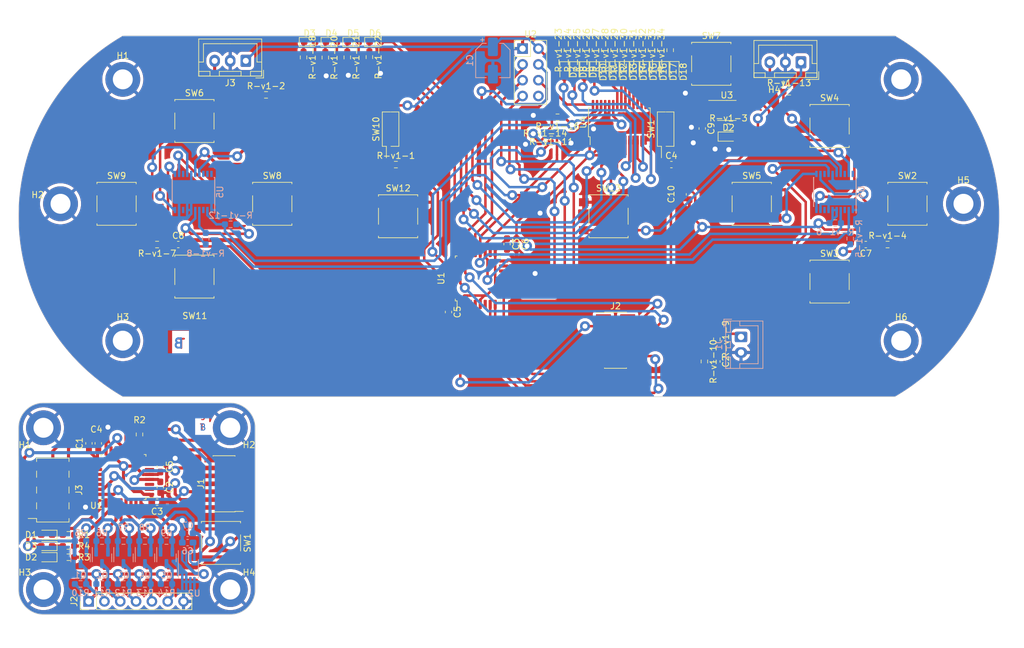
<source format=kicad_pcb>
(kicad_pcb (version 20221018) (generator pcbnew)
  (layers (0 "F.Cu" signal) (31 "B.Cu" signal) (34 "B.Paste" user) (35 "F.Paste" user) (36 "B.SilkS" user "B.Silkscreen") (37 "F.SilkS" user "F.Silkscreen") (38 "B.Mask" user) (39 "F.Mask" user) (44 "Edge.Cuts" user))
  (net 0 "")
  (net 1 "Glob_Alim-v1-")
  (net 2 "GND-v1-")
  (net 3 "POWER-v1-_CHECK-v1-")
  (net 4 "L-v1-i-ion-v1-")
  (net 5 "Net-(C7-Pad1)-v1-")
  (net 6 "Net-(C8-Pad1)-v1-")
  (net 7 "Net-(U3-BP)-v1-")
  (net 8 "Net-(D2-A)-v1-")
  (net 9 "Net-(D3-K)-v1-")
  (net 10 "Net-(D3-A)-v1-")
  (net 11 "Net-(D4-K)-v1-")
  (net 12 "Net-(D4-A)-v1-")
  (net 13 "Net-(D5-K)-v1-")
  (net 14 "Net-(D5-A)-v1-")
  (net 15 "Net-(D6-K)-v1-")
  (net 16 "Net-(D6-A)-v1-")
  (net 17 "Net-(D7-K)-v1-")
  (net 18 "Net-(D7-A)-v1-")
  (net 19 "Net-(D8-K)-v1-")
  (net 20 "Net-(D8-A)-v1-")
  (net 21 "Net-(D9-K)-v1-")
  (net 22 "Net-(D9-A)-v1-")
  (net 23 "Net-(D10-K)-v1-")
  (net 24 "Net-(D10-A)-v1-")
  (net 25 "Net-(D11-K)-v1-")
  (net 26 "Net-(D11-A)-v1-")
  (net 27 "Net-(D12-K)-v1-")
  (net 28 "Net-(D12-A)-v1-")
  (net 29 "Net-(D13-K)-v1-")
  (net 30 "Net-(D13-A)-v1-")
  (net 31 "Net-(D14-K)-v1-")
  (net 32 "Net-(D14-A)-v1-")
  (net 33 "Net-(D15-K)-v1-")
  (net 34 "Net-(D15-A)-v1-")
  (net 35 "Net-(D16-K)-v1-")
  (net 36 "Net-(D16-A)-v1-")
  (net 37 "Net-(D17-K)-v1-")
  (net 38 "Net-(D17-A)-v1-")
  (net 39 "Net-(D18-K)-v1-")
  (net 40 "Net-(D18-A)-v1-")
  (net 43 "SWDIO-v1-")
  (net 44 "SWDCK-v1-")
  (net 48 "R-v1-eset_Buton -v1-")
  (net 49 "USAR-v1-T2_R-v1-X-v1-")
  (net 50 "USAR-v1-T2_TX-v1-")
  (net 51 "R-v1-")
  (net 52 "L-v1-")
  (net 53 "NES{slash}SNES_switcher-v1-")
  (net 54 "DIO{slash}EX_CL-v1-K")
  (net 55 "DIO{slash}EX_SDA-v1-")
  (net 56 "DIODE_OE-v1-")
  (net 57 "Net-(#FL-v1-G05-pwr)")
  (net 58 "A_Button-v1-")
  (net 59 "B_Button-v1-")
  (net 60 "X_Button-v1-")
  (net 61 "Y_Button-v1-")
  (net 62 "UC_Button-v1-")
  (net 63 "Order_Search-v1-")
  (net 64 "L-v1-C_Button")
  (net 65 "R-v1-C_Button")
  (net 66 "DC_Button-v1-")
  (net 67 "ST_Button-v1-")
  (net 68 "SE_Button-v1-")
  (net 73 "Pin_Clock-v1-")
  (net 74 "Digital_Out_Put-v1-")
  (net 75 "MOSI-v1-")
  (net 79 "R-v1-X{slash}TX")
  (net 81 "CSN_nR-v1-F24")
  (net 99 "+5V-v2-")
  (net 100 "GND-v2-")
  (net 101 "+3.3V-v2-")
  (net 102 "Net-(D1-K)-v2-")
  (net 104 "Net-(D3-K)-v2-")
  (net 105 "Status_LED-v2-")
  (net 106 "Data_Clock_SNES-v2-")
  (net 107 "Data_Latch_SNES-v2-")
  (net 108 "Net-(D2-K)-v2-")
  (net 109 "Serial_Data1_SNES-v2-")
  (net 110 "Serial_Data2_SNES-v2-")
  (net 111 "SPI_Chip_Select-v2-")
  (net 112 "Chip_Enable-v2-")
  (net 113 "SPI_Digital_Input-v2-")
  (net 114 "SPI_Clock-v2-")
  (net 115 "SPI_Digital_Output-v2-")
  (net 116 "IOBit_SNES-v2-")
  (net 117 "Data_Clock_STM32-v2-")
  (net 118 "Data_Latch_STM32-v2-")
  (net 119 "Appairing_Btn-v2-")
  (net 120 "Net-(U2-BP)-v2-")
  (net 121 "SWDIO-v2-")
  (net 122 "SWDCK-v2-")
  (net 125 "NRST-v2-")
  (net 126 "USART2_RX-v2-")
  (net 127 "USART2_TX-v2-")
  (net 128 "Serial_Data1_STM32-v2-")
  (net 129 "IOBit_STM32-v2-")
  (net 130 "Serial_Data2_STM32-v2-")
  (footprint "R-v1-esistor_SMD:R-v1-_0603_1608Metric_Pad0.98x0.95mm_HandSolder" (layer "F.Cu") (at 100.638222 2.8125 90)
    (fp_text reference "R-v1-31")
    (fp_text value "1K")
  )
  (footprint "L-v1-ED_SMD:L-v1-ED_0603_1608Metric_Pad1.05x0.95mm_HandSolder" (layer "F.Cu") (at 102.613222 6.3 -90)
    (fp_text reference "D16")
    (fp_text value "R-v1-2")
  )
  (footprint "Button_Switch_SMD:SW_SPST_B3S-1000" (layer "F.Cu") (at 143.238222 27.5)
    (fp_text reference "SW2")
    (fp_text value "SW_Push")
  )
  (footprint "L-v1-ED_SMD:L-v1-ED_0603_1608Metric_Pad1.05x0.95mm_HandSolder" (layer "F.Cu") (at 54.238222 1.5)
    (fp_text reference "D5")
    (fp_text value "G3")
  )
  (footprint "MountingHole:MountingHole_3.2mm_M3_DIN965_Pad" (layer "F.Cu") (at 17.238222 49.5)
    (fp_text reference "H3")
    (fp_text value "MountingHole_Pad")
  )
  (footprint "Connector_PinHeader_2.54mm:PinHeader_2x04_P2.54mm_Vertical" (layer "F.Cu") (at 81.438222 2.56)
    (fp_text reference "U2")
    (fp_text value "nR-v1-F24_Full")
  )
  (footprint "Button_Switch_SMD:SW_SPST_B3S-1000" (layer "F.Cu") (at 33 82 180)
    (fp_text reference "SW1")
    (fp_text value "SW_SPST")
  )
  (footprint "MountingHole:MountingHole_3.2mm_M3_DIN965_Pad" (layer "F.Cu") (at 17.238222 7.5)
    (fp_text reference "H1")
    (fp_text value "MountingHole_Pad")
  )
  (footprint "MountingHole:MountingHole_3.2mm_M3_DIN965_Pad" (layer "F.Cu") (at 4.5 63.5)
    (fp_text reference "H1")
    (fp_text value "MountingHole_Pad")
  )
  (footprint "Capacitor_SMD:C_0603_1608Metric_Pad1.08x0.95mm_HandSolder" (layer "F.Cu") (at 110.288222 15.4 -90)
    (fp_text reference "C9")
    (fp_text value "470p")
  )
  (footprint "Package_QFP:LQFP-32_7x7mm_P0.8mm" (layer "F.Cu") (at 17.35 71.4 180)
    (fp_text reference "U1")
    (fp_text value "STM32L412KBTx")
  )
  (footprint "Diode_SMD:D_0603_1608Metric_Pad1.05x0.95mm_HandSolder" (layer "F.Cu") (at 5.01875 80.7 180)
    (fp_text reference "D1")
    (fp_text value "LED_Small")
  )
  (footprint "Button_Switch_SMD:SW_SPST_B3S-1000" (layer "F.Cu") (at 28.738222 39.2)
    (fp_text reference "SW11")
    (fp_text value "SW_Push")
  )
  (footprint "R-v1-esistor_SMD:R-v1-_0603_1608Metric_Pad0.98x0.95mm_HandSolder" (layer "F.Cu") (at 85.048222 17.6)
    (fp_text reference "R-v1-14")
    (fp_text value "10K")
  )
  (footprint "L-v1-ED_SMD:L-v1-ED_0603_1608Metric_Pad1.05x0.95mm_HandSolder" (layer "F.Cu") (at 96.198222 6.3125 -90)
    (fp_text reference "D12")
    (fp_text value "O2")
  )
  (footprint "L-v1-ED_SMD:L-v1-ED_0603_1608Metric_Pad1.05x0.95mm_HandSolder" (layer "F.Cu") (at 91.363222 6.325 -90)
    (fp_text reference "D9")
    (fp_text value "G7")
  )
  (footprint "Button_Switch_SMD:SW_SPST_B3S-1000" (layer "F.Cu") (at 118.238222 27.5)
    (fp_text reference "SW5")
    (fp_text value "SW_Push")
  )
  (footprint "Capacitor_SMD:C_0603_1608Metric_Pad1.08x0.95mm_HandSolder" (layer "F.Cu") (at 108.233222 25.9825 -90)
    (fp_text reference "C10")
    (fp_text value "100nF")
  )
  (footprint "Connector_PinHeader_1.27mm:PinHeader_2x07_P1.27mm_Vertical_SMD" (layer "F.Cu") (at 96.363222 49.44)
    (fp_text reference "J2")
    (fp_text value "Conn_02x07_Odd_Even")
  )
  (footprint "L-v1-ED_SMD:L-v1-ED_0603_1608Metric_Pad1.05x0.95mm_HandSolder" (layer "F.Cu") (at 50.738222 1.5)
    (fp_text reference "D4")
    (fp_text value "G2")
  )
  (footprint "Capacitor_SMD:C_0603_1608Metric_Pad1.08x0.95mm_HandSolder" (layer "F.Cu") (at 11.8 66 90)
    (fp_text reference "C1")
    (fp_text value "10u")
  )
  (footprint "R-v1-esistor_SMD:R-v1-_0603_1608Metric_Pad0.98x0.95mm_HandSolder" (layer "F.Cu") (at 46.263222 3.975 -90)
    (fp_text reference "R-v1-18")
    (fp_text value "1K")
  )
  (footprint "Capacitor_SMD:C_0603_1608Metric_Pad1.08x0.95mm_HandSolder" (layer "F.Cu") (at 69.540222 44.894 -90)
    (fp_text reference "C5")
    (fp_text value "100n")
  )
  (footprint "L-v1-ED_SMD:L-v1-ED_0603_1608Metric_Pad1.05x0.95mm_HandSolder" (layer "F.Cu") (at 89.762222 6.325 -90)
    (fp_text reference "D8")
    (fp_text value "G6")
  )
  (footprint "L-v1-ED_SMD:L-v1-ED_0603_1608Metric_Pad1.05x0.95mm_HandSolder" (layer "F.Cu") (at 92.963222 6.325 -90)
    (fp_text reference "D10")
    (fp_text value "G8")
  )
  (footprint "MountingHole:MountingHole_3.2mm_M3_DIN965_Pad" (layer "F.Cu") (at 142.238222 49.5)
    (fp_text reference "H6")
    (fp_text value "MountingHole_Pad")
  )
  (footprint "Connector_JST:JST_XH_B3B-XH-A_1x03_P2.50mm_Vertical" (layer "F.Cu") (at 36.988222 4.525 180)
    (fp_text reference "J3")
    (fp_text value "Conn_01x03")
  )
  (footprint "Capacitor_SMD:C_0603_1608Metric_Pad1.08x0.95mm_HandSolder" (layer "F.Cu") (at 78.938222 33.972 -90)
    (fp_text reference "C3")
    (fp_text value "100n")
  )
  (footprint "Capacitor_SMD:C_0603_1608Metric_Pad1.08x0.95mm_HandSolder" (layer "F.Cu") (at 26.146198 34.05)
    (fp_text reference "C8")
    (fp_text value "100nF")
  )
  (footprint "Connector_JST:JST_XH_B3B-XH-A_1x03_P2.50mm_Vertical" (layer "F.Cu") (at 126.142222 4.762 180)
    (fp_text reference "J4")
    (fp_text value "Conn_01x03")
  )
  (footprint "R-v1-esistor_SMD:R-v1-_0603_1608Metric_Pad0.98x0.95mm_HandSolder" (layer "F.Cu") (at 90.138222 2.8125 90)
    (fp_text reference "R-v1-24")
    (fp_text value "1K")
  )
  (footprint "Capacitor_SMD:C_0603_1608Metric_Pad1.08x0.95mm_HandSolder" (layer "F.Cu") (at 22.7525 75.44)
    (fp_text reference "C3")
    (fp_text value "100n")
  )
  (footprint "Resistor_SMD:R_0603_1608Metric_Pad0.98x0.95mm_HandSolder" (layer "F.Cu") (at 19.92 64.57 90)
    (fp_text reference "R2")
    (fp_text value "10k")
  )
  (footprint "R-v1-esistor_SMD:R-v1-_0603_1608Metric_Pad0.98x0.95mm_HandSolder" (layer "F.Cu") (at 22.746198 34.05 180)
    (fp_text reference "R-v1-7")
    (fp_text value "1k")
  )
  (footprint "R-v1-esistor_SMD:R-v1-_0603_1608Metric_Pad0.98x0.95mm_HandSolder" (layer "F.Cu") (at 94.638222 2.8125 90)
    (fp_text reference "R-v1-27")
    (fp_text value "1K")
  )
  (footprint "Button_Switch_SMD:SW_SPST_B3S-1000" (layer "F.Cu") (at 111.738222 5)
    (fp_text reference "SW7")
    (fp_text value "SW_SPST")
  )
  (footprint "R-v1-esistor_SMD:R-v1-_0603_1608Metric_Pad0.98x0.95mm_HandSolder" (layer "F.Cu") (at 93.138222 2.8125 90)
    (fp_text reference "R-v1-26")
    (fp_text value "1K")
  )
  (footprint "Connector_PinHeader_2.54mm:PinHeader_1x07_P2.54mm_Vertical" (layer "F.Cu") (at 11.75 91.4 90)
    (fp_text reference "J2")
    (fp_text value "Conn_01x07_Socket")
  )
  (footprint "Package_SO:TSSOP-28_4.4x9.7mm_P0.65mm" (layer "F.Cu") (at 96.972222 14.414 90)
    (fp_text reference "U4")
    (fp_text value "PCA9685PW")
  )
  (footprint "L-v1-ED_SMD:L-v1-ED_0603_1608Metric_Pad1.05x0.95mm_HandSolder" (layer "F.Cu") (at 114.498222 16.7)
    (fp_text reference "D2")
    (fp_text value "L-v1-ED_Small")
  )
  (footprint "R-v1-esistor_SMD:R-v1-_0603_1608Metric_Pad0.98x0.95mm_HandSolder" (layer "F.Cu") (at 86.048222 16.1 180)
    (fp_text reference "R-v1-11")
    (fp_text value "10K")
  )
  (footprint "R-v1-esistor_SMD:R-v1-_0603_1608Metric_Pad0.98x0.95mm_HandSolder" (layer "F.Cu") (at 140.050246 34.05)
    (fp_text reference "R-v1-4")
    (fp_text value "1k")
  )
  (footprint "R-v1-esistor_SMD:R-v1-_0603_1608Metric_Pad0.98x0.95mm_HandSolder" (layer "F.Cu") (at 99.138222 2.8125 90)
    (fp_text reference "R-v1-30")
    (fp_text value "1K")
  )
  (footprint "L-v1-ED_SMD:L-v1-ED_0603_1608Metric_Pad1.05x0.95mm_HandSolder" (layer "F.Cu") (at 47.238222 1.5)
    (fp_text reference "D3")
    (fp_text value "G1")
  )
  (footprint "L-v1-ED_SMD:L-v1-ED_0603_1608Metric_Pad1.05x0.95mm_HandSolder" (layer "F.Cu") (at 94.563222 6.325 -90)
    (fp_text reference "D11")
    (fp_text value "O1")
  )
  (footprint "R-v1-esistor_SMD:R-v1-_0603_1608Metric_Pad0.98x0.95mm_HandSolder" (layer "F.Cu") (at 40.238222 10)
    (fp_text reference "R-v1-2")
    (fp_text value "1K")
  )
  (footprint "Button_Switch_SMD:SW_SPST_B3S-1000" (layer "F.Cu") (at 61.448222 29.5)
    (fp_text reference "SW12")
    (fp_text value "SW_Push")
  )
  (footprint "Resistor_SMD:R_0603_1608Metric_Pad0.98x0.95mm_HandSolder" (layer "F.Cu") (at 8.51875 82.5)
    (fp_text reference "R4")
    (fp_text value "1k")
  )
  (footprint "L-v1-ED_SMD:L-v1-ED_0603_1608Metric_Pad1.05x0.95mm_HandSolder" (layer "F.Cu") (at 105.838222 6.3 -90)
    (fp_text reference "D18")
    (fp_text value "R-v1-4")
  )
  (footprint "Button_Switch_SMD:SW_SPST_B3S-1000" (layer "F.Cu") (at 28.738222 14.2)
    (fp_text reference "SW6")
    (fp_text value "SW_Push")
  )
  (footprint "Capacitor_SMD:C_0603_1608Metric_Pad1.08x0.95mm_HandSolder" (layer "F.Cu") (at 80.462222 33.972 -90)
    (fp_text reference "C6")
    (fp_text value "10u")
  )
  (footprint "R-v1-esistor_SMD:R-v1-_0603_1608Metric_Pad0.98x0.95mm_HandSolder" (layer "F.Cu") (at 102.138222 2.8125 90)
    (fp_text reference "R-v1-32")
    (fp_text value "1K")
  )
  (footprint "Resistor_SMD:R_0603_1608Metric_Pad0.98x0.95mm_HandSolder" (layer "F.Cu") (at 8.51875 84.3)
    (fp_text reference "R3")
    (fp_text value "1k")
  )
  (footprint "Resistor_SMD:R_0603_1608Metric_Pad0.98x0.95mm_HandSolder" (layer "F.Cu") (at 8.51875 80.7)
    (fp_text reference "R1")
    (fp_text value "1k")
  )
  (footprint "Button_Switch_SMD:SW_SPST_B3S-1000" (layer "F.Cu") (at 41.238222 27.5)
    (fp_text reference "SW8")
    (fp_text value "SW_Push")
  )
  (footprint "Button_Switch_SMD:SW_DIP_SPSTx01_Slide_Copal_CHS-01B_W7.62mm_P1.27mm" (layer "F.Cu") (at 60.238222 15.5 90)
    (fp_text reference "SW10")
    (fp_text value "SW_DIP_x01")
  )
  (footprint "R-v1-esistor_SMD:R-v1-_0603_1608Metric_Pad0.98x0.95mm_HandSolder" (layer "F.Cu") (at 110.638222 52.8375 -90)
    (fp_text reference "R-v1-10")
    (fp_text value "1M")
  )
  (footprint "MountingHole:MountingHole_3.2mm_M3_DIN965_Pad" (layer "F.Cu") (at 152.238222 27.5)
    (fp_text reference "H5")
    (fp_text value "MountingHole_Pad")
  )
  (footprint "Connector_PinHeader_1.27mm:PinHeader_2x07_P1.27mm_Vertical_SMD" (layer "F.Cu") (at 33.5 72.5 180)
    (fp_text reference "J1")
    (fp_text value "Conn_02x07_Odd_Even")
  )
  (footprint "Button_Switch_SMD:SW_SPST_B3S-1000" (layer "F.Cu") (at 130.738222 40)
    (fp_text reference "SW3")
    (fp_text value "SW_Push")
  )
  (footprint "L-v1-ED_SMD:L-v1-ED_0603_1608Metric_Pad1.05x0.95mm_HandSolder" (layer "F.Cu") (at 104.213222 6.3 -90)
    (fp_text reference "D17")
    (fp_text value "R-v1-3")
  )
  (footprint "L-v1-ED_SMD:L-v1-ED_0603_1608Metric_Pad1.05x0.95mm_HandSolder" (layer "F.Cu") (at 97.813222 6.3 -90)
    (fp_text reference "D13")
    (fp_text value "O3")
  )
  (footprint "Capacitor_SMD:C_0603_1608Metric_Pad1.08x0.95mm_HandSolder" (layer "F.Cu") (at 23.26 73.0525 90)
    (fp_text reference "C2")
    (fp_text value "100n")
  )
  (footprint "MountingHole:MountingHole_3.2mm_M3_DIN965_Pad" (layer "F.Cu") (at 142.238222 7.5)
    (fp_text reference "H4")
    (fp_text value "MountingHole_Pad")
  )
  (footprint "Capacitor_SMD:C_0603_1608Metric_Pad1.08x0.95mm_HandSolder" (layer "F.Cu") (at 23.26 69.75 90)
    (fp_text reference "C5")
    (fp_text value "100n")
  )
  (footprint "Capacitor_SMD:C_0603_1608Metric_Pad1.08x0.95mm_HandSolder" (layer "F.Cu") (at 136.550246 34.05 180)
    (fp_text reference "C7")
    (fp_text value "100nF")
  )
  (footprint "R-v1-esistor_SMD:R-v1-_0603_1608Metric_Pad0.98x0.95mm_HandSolder" (layer "F.Cu") (at 124.238222 9.5)
    (fp_text reference "R-v1-13")
    (fp_text value "1K")
  )
  (footprint "R-v1-esistor_SMD:R-v1-_0603_1608Metric_Pad0.98x0.95mm_HandSolder" (layer "F.Cu") (at 103.638222 2.8125 90)
    (fp_text reference "R-v1-33")
    (fp_text value "1K")
  )
  (footprint "Connector_PinSocket_2.54mm:PinSocket_2x04_P2.54mm_Vertical_SMD" (layer "F.Cu") (at 6 73.5 180)
    (fp_text reference "J3")
    (fp_text value "Conn_01x08_Socket")
  )
  (footprint "R-v1-esistor_SMD:R-v1-_0603_1608Metric_Pad0.98x0.95mm_HandSolder" (layer "F.Cu") (at 96.138222 2.8125 90)
    (fp_text reference "R-v1-28")
    (fp_text value "1K")
  )
  (footprint "R-v1-esistor_SMD:R-v1-_0603_1608Metric_Pad0.98x0.95mm_HandSolder" (layer "F.Cu") (at 88.638222 2.8125 90)
    (fp_text reference "R-v1-23")
    (fp_text value "1K")
  )
  (footprint "R-v1-esistor_SMD:R-v1-_0603_1608Metric_Pad0.98x0.95mm_HandSolder" (layer "F.Cu") (at 114.498222 15.176)
    (fp_text reference "R-v1-3")
    (fp_text value "1K")
  )
  (footprint "R-v1-esistor_SMD:R-v1-_0603_1608Metric_Pad0.98x0.95mm_HandSolder" (layer "F.Cu") (at 53.288222 3.975 -90)
    (fp_text reference "R-v1-21")
    (fp_text value "1K")
  )
  (footprint "Button_Switch_SMD:SW_DIP_SPSTx01_Slide_Copal_CHS-01B_W7.62mm_P1.27mm" (layer "F.Cu") (at 104.408222 15.5 90)
    (fp_text reference "SW1")
    (fp_text value "SW_DIP_x01")
  )
  (footprint "R-v1-esistor_SMD:R-v1-_0603_1608Metric_Pad0.98x0.95mm_HandSolder" (layer "F.Cu") (at 49.763222 4 -90)
    (fp_text reference "R-v1-20")
    (fp_text value "1K")
  )
  (footprint "R-v1-esistor_SMD:R-v1-_0603_1608Metric_Pad0.98x0.95mm_HandSolder" (layer "F.Cu") (at 56.838222 3.925 -90)
    (fp_text reference "R-v1-22")
    (fp_text value "1K")
  )
  (footprint "R-v1-esistor_SMD:R-v1-_0603_1608Metric_Pad0.98x0.95mm_HandSolder" (layer "F.Cu") (at 97.638222 2.8125 90)
    (fp_text reference "R-v1-29")
    (fp_text value "1K")
  )
  (footprint "Capacitor_SMD:C_0603_1608Metric_Pad1.08x0.95mm_HandSolder" (layer "F.Cu") (at 112.638222 52.8375 -90)
    (fp_text reference "C2")
    (fp_text value "1nF")
  )
  (footprint "R-v1-esistor_SMD:R-v1-_0603_1608Metric_Pad0.98x0.95mm_HandSolder" (layer "F.Cu") (at 87.048222 13.6 180)
    (fp_text reference "R-v1-16")
    (fp_text value "10K")
  )
  (footprint "R-v1-esistor_SMD:R-v1-_0603_1608Metric_Pad0.98x0.95mm_HandSolder" (layer "F.Cu") (at 112.638222 49.3 -90)
    (fp_text reference "R-v1-9")
    (fp_text value "1M")
  )
  (footprint "Capacitor_SMD:C_0603_1608Metric_Pad1.08x0.95mm_HandSolder" (layer "F.Cu") (at 13.3 66 90)
    (fp_text reference "C4")
    (fp_text value "100n")
  )
  (footprint "Capacitor_SMD:C_0603_1608Metric_Pad1.08x0.95mm_HandSolder" (layer "F.Cu") (at 105.333222 21.2)
    (fp_text reference "C4")
    (fp_text value "1u")
  )
  (footprint "Button_Switch_SMD:SW_SPST_B3S-1000" (layer "F.Cu") (at 16.238222 27.5)
    (fp_text reference "SW9")
    (fp_text value "SW_Push")
  )
  (footprint "Button_Switch_SMD:SW_SPST_B3S-1000" (layer "F.Cu") (at 95.238222 29.5)
    (fp_text reference "SW13")
    (fp_text value "SW_Push")
  )
  (footprint "Package_QFP:L-v1-QFP-32_7x7mm_P0.8mm" (layer "F.Cu") (at 74.238222 39.5 90)
    (fp_text reference "U1")
    (fp_text value "STM32L-v1-412KBTx")
  )
  (footprint "MountingHole:MountingHole_3.2mm_M3_DIN965_Pad" (layer "F.Cu") (at 4.5 89.5)
    (fp_text reference "H3")
    (fp_text value "MountingHole_Pad")
  )
  (footprint "R-v1-esistor_SMD:R-v1-_0603_1608Metric_Pad0.98x0.95mm_HandSolder" (layer "F.Cu") (at 105.138222 2.8125 90)
    (fp_text reference "R-v1-34")
    (fp_text value "1K")
  )
  (footprint "Diode_SMD:D_0603_1608Metric_Pad1.05x0.95mm_HandSolder" (layer "F.Cu") (at 5.01875 84.3 180)
    (fp_text reference "D2")
    (fp_text value "LED_Small")
  )
  (footprint "L-v1-ED_SMD:L-v1-ED_0603_1608Metric_Pad1.05x0.95mm_HandSolder" (layer "F.Cu") (at 99.413222 6.3 -90)
    (fp_text reference "D14")
    (fp_text value "O4")
  )
  (footprint "R-v1-esistor_SMD:R-v1-_0603_1608Metric_Pad0.98x0.95mm_HandSolder" (layer "F.Cu") (at 91.608222 2.8125 90)
    (fp_text reference "R-v1-25")
    (fp_text value "1K")
  )
  (footprint "L-v1-ED_SMD:L-v1-ED_0603_1608Metric_Pad1.05x0.95mm_HandSolder" (layer "F.Cu") (at 101.013222 6.3 -90)
    (fp_text reference "D15")
    (fp_text value "R-v1-1")
  )
  (footprint "R-v1-esistor_SMD:R-v1-_0603_1608Metric_Pad0.98x0.95mm_HandSolder" (layer "F.Cu") (at 61.088222 21.2)
    (fp_text reference "R-v1-1")
    (fp_text value "1K")
  )
  (footprint "Button_Switch_SMD:SW_SPST_B3S-1000" (layer "F.Cu") (at 130.738222 15)
    (fp_text reference "SW4")
    (fp_text value "SW_Push")
  )
  (footprint "Diode_SMD:D_0603_1608Metric_Pad1.05x0.95mm_HandSolder" (layer "F.Cu") (at 5.01875 82.5 180)
    (fp_text reference "D3")
    (fp_text value "LED")
  )
  (footprint "L-v1-ED_SMD:L-v1-ED_0603_1608Metric_Pad1.05x0.95mm_HandSolder" (layer "F.Cu") (at 88.163222 6.325 -90)
    (fp_text reference "D7")
    (fp_text value "G5")
  )
  (footprint "MountingHole:MountingHole_3.2mm_M3_DIN965_Pad" (layer "F.Cu") (at 7.238222 27.5)
    (fp_text reference "H2")
    (fp_text value "MountingHole_Pad")
  )
  (footprint "MountingHole:MountingHole_3.2mm_M3_DIN965_Pad" (layer "F.Cu") (at 34.5 63.5)
    (fp_text reference "H2")
    (fp_text value "MountingHole_Pad")
  )
  (footprint "MountingHole:MountingHole_3.2mm_M3_DIN965_Pad" (layer "F.Cu") (at 34.5 89.5)
    (fp_text reference "H4")
    (fp_text value "MountingHole_Pad")
  )
  (footprint "L-v1-ED_SMD:L-v1-ED_0603_1608Metric_Pad1.05x0.95mm_HandSolder" (layer "F.Cu") (at 57.738222 1.5)
    (fp_text reference "D6")
    (fp_text value "G4")
  )
  (footprint "Package_SO:MSOP-8_3x3mm_P0.65mm" (layer "F.Cu") (at 114.238222 12.5)
    (fp_text reference "U3")
    (fp_text value "MIC5219-3.3YMM")
  )
  (footprint "Resistor_SMD:R_0603_1608Metric_Pad0.98x0.95mm_HandSolder" (layer "B.Cu") (at 17.35 81.7)
    (fp_text reference "R7")
    (fp_text value "10k")
  )
  (footprint "Resistor_SMD:R_0603_1608Metric_Pad0.98x0.95mm_HandSolder" (layer "B.Cu") (at 17.35 88.6)
    (fp_text reference "R12")
    (fp_text value "10k")
  )
  (footprint "Resistor_SMD:R_0603_1608Metric_Pad0.98x0.95mm_HandSolder" (layer "B.Cu") (at 13.9 88.6)
    (fp_text reference "R11")
    (fp_text value "10k")
  )
  (footprint "Package_TO_SOT_SMD:SOT-23" (layer "B.Cu") (at 24.25 84.4 -90)
    (fp_text reference "Q5")
    (fp_text value "2N7002")
  )
  (footprint "Package_TO_SOT_SMD:SOT-23" (layer "B.Cu") (at 13.9 84.4 -90)
    (fp_text reference "Q2")
    (fp_text value "2N7002")
  )
  (footprint "R-v1-esistor_SMD:R-v1-_0603_1608Metric_Pad0.98x0.95mm_HandSolder" (layer "B.Cu") (at 134.048222 33.1 90)
    (fp_text reference "R-v1-5")
    (fp_text value "10K")
  )
  (footprint "R-v1-esistor_SMD:R-v1-_0603_1608Metric_Pad0.98x0.95mm_HandSolder" (layer "B.Cu") (at 131.648222 30.6)
    (fp_text reference "R-v1-6")
    (fp_text value "10K")
  )
  (footprint "Resistor_SMD:R_0603_1608Metric_Pad0.98x0.95mm_HandSolder" (layer "B.Cu") (at 10.45 81.7)
    (fp_text reference "R5")
    (fp_text value "10k")
  )
  (footprint "Capacitor_SMD:C_0603_1608Metric_Pad1.08x0.95mm_HandSolder" (layer "B.Cu") (at 27.65 81.95 180)
    (fp_text reference "C6")
    (fp_text value "470p")
  )
  (footprint "Resistor_SMD:R_0603_1608Metric_Pad0.98x0.95mm_HandSolder" (layer "B.Cu") (at 24.25 88.6)
    (fp_text reference "R14")
    (fp_text value "10k")
  )
  (footprint "Package_SO:SSOP-20_4.4x6.5mm_P0.65mm" (layer "B.Cu") (at 131.548222 25.6 90)
    (fp_text reference "U6")
    (fp_text value "PCF8574TS")
  )
  (footprint "R-v1-esistor_SMD:R-v1-_0603_1608Metric_Pad0.98x0.95mm_HandSolder" (layer "B.Cu") (at 34.548222 30.8 180)
    (fp_text reference "R-v1-12")
    (fp_text value "10K")
  )
  (footprint "Package_SO:SSOP-20_4.4x6.5mm_P0.65mm" (layer "B.Cu") (at 28.548222 25.6 90)
    (fp_text reference "U5")
    (fp_text value "PCF8574TS")
  )
  (footprint "Connector_JST:JST_XH_B2B-XH-A_1x02_P2.50mm_Vertical" (layer "B.Cu") (at 116.513222 48.9 -90)
    (fp_text reference "J1")
    (fp_text value "Conn_01x02")
  )
  (footprint "Resistor_SMD:R_0603_1608Metric_Pad0.98x0.95mm_HandSolder" (layer "B.Cu") (at 24.25 81.7)
    (fp_text reference "R9")
    (fp_text value "10k")
  )
  (footprint "Resistor_SMD:R_0603_1608Metric_Pad0.98x0.95mm_HandSolder" (layer "B.Cu") (at 10.45 88.6)
    (fp_text reference "R10")
    (fp_text value "10k")
  )
  (footprint "Package_TO_SOT_SMD:SOT-23" (layer "B.Cu") (at 17.35 84.4 -90)
    (fp_text reference "Q3")
    (fp_text value "2N7002")
  )
  (footprint "Resistor_SMD:R_0603_1608Metric_Pad0.98x0.95mm_HandSolder" (layer "B.Cu") (at 20.8 88.6)
    (fp_text reference "R13")
    (fp_text value "10k")
  )
  (footprint "R-v1-esistor_SMD:R-v1-_0603_1608Metric_Pad0.98x0.95mm_HandSolder" (layer "B.Cu") (at 30.548222 33.1 90)
    (fp_text reference "R-v1-8")
    (fp_text value "10K")
  )
  (footprint "Package_SO:MSOP-8_3x3mm_P0.65mm" (layer "B.Cu") (at 27.7625 86.15 -90)
    (fp_text reference "U2")
    (fp_text value "MIC5219-3.3YMM")
  )
  (footprint "Resistor_SMD:R_0603_1608Metric_Pad0.98x0.95mm_HandSolder" (layer "B.Cu") (at 13.9 81.7)
    (fp_text reference "R6")
    (fp_text value "10k")
  )
  (footprint "Capacitor_SMD:CP_Elec_5x5.4" (layer "B.Cu") (at 76.668222 4.47 -90)
    (fp_text reference "C1")
    (fp_text value "22uF")
  )
  (footprint "Capacitor_SMD:C_0603_1608Metric_Pad1.08x0.95mm_HandSolder" (layer "B.Cu") (at 27.65 80.45 180)
    (fp_text reference "C7")
    (fp_text value "2.2u")
  )
  (footprint "Package_TO_SOT_SMD:SOT-23" (layer "B.Cu") (at 10.45 84.4 -90)
    (fp_text reference "Q1")
    (fp_text value "2N7002")
  )
  (footprint "Resistor_SMD:R_0603_1608Metric_Pad0.98x0.95mm_HandSolder" (layer "B.Cu") (at 20.8 81.7)
    (fp_text reference "R8")
    (fp_text value "10k")
  )
  (footprint "Package_TO_SOT_SMD:SOT-23" (layer "B.Cu") (at 20.8 84.4 -90)
    (fp_text reference "Q4")
    (fp_text value "2N7002")
  )
  (gr_line (start 0.5 89.5) (end 0.5 63.5) (stroke (width 0.1)) (layer "Edge.Cuts"))
  (gr_line (start 4.5 59.5) (end 34.5 59.5) (stroke (width 0.1)) (layer "Edge.Cuts"))
  (gr_line (start 38.5 63.5) (end 38.5 89.5) (stroke (width 0.1)) (layer "Edge.Cuts"))
  (gr_arc (start 17.238222 58.5) (mid 0.495065 29.5) (end 17.238222 0.5) (stroke (width 0.05)) (layer "Edge.Cuts"))
  (gr_arc (start 38.5 89.5) (mid 37.328427 92.328427) (end 34.5 93.5) (stroke (width 0.1)) (layer "Edge.Cuts"))
  (gr_arc (start 0.5 63.5) (mid 1.671573 60.671573) (end 4.5 59.5) (stroke (width 0.1)) (layer "Edge.Cuts"))
  (gr_line (start 17.238222 58.5) (end 141.238222 58.5) (stroke (width 0.1)) (layer "Edge.Cuts"))
  (gr_line (start 34.5 93.5) (end 4.5 93.5) (stroke (width 0.1)) (layer "Edge.Cuts"))
  (gr_arc (start 34.5 59.5) (mid 37.328427 60.671573) (end 38.5 63.5) (stroke (width 0.1)) (layer "Edge.Cuts"))
  (gr_arc (start 4.5 93.5) (mid 1.671573 92.328427) (end 0.5 89.5) (stroke (width 0.1)) (layer "Edge.Cuts"))
  (gr_arc (start 141.238222 0.5) (mid 157.981379 29.5) (end 141.238222 58.5) (stroke (width 0.05)) (layer "Edge.Cuts"))
  (gr_line (start 17.238222 0.5) (end 141.238222 0.5) (stroke (width 0.1)) (layer "Edge.Cuts"))
  (gr_text "SNES Plug" (at 22.5 62) (layer "F.Cu") (effects (font (size 1 1)) (justify left bottom)))
  (gr_text "T" (at 25.868222 50.88) (layer "F.Cu") (effects (font (size 1.5 1.5) (thickness 0.3) bold) (justify left bottom)))
  (gr_text "T" (at 29.5 64) (layer "F.Cu") (effects (font (size 1 1)) (justify left bottom)))
  (gr_text "B" (at 29.5 64) (layer "B.Cu") (effects (font (size 1 1)) (justify left bottom)))
  (gr_text "B" (at 27.148222 50.81) (layer "B.Cu") (effects (font (size 1.5 1.5) (thickness 0.3) bold) (justify left bottom mirror)))
  (gr_text_box "AUR-v1-IAC	BIEHL-v1-ER-v1-\nHUBER-v1-T	MASSIN\nPHETSINOR-v1-ATH\n" (start 35.688222 46.6) (end 59.008222 55.61) (layer "F.Cu") (effects (font (size 1.5 1.5) (thickness 0.3) bold) (justify left top)) (stroke (width 0.2)))
  (segment (start 86.308222 9.3) (end 86.308222 6.72) (width 0.4) (layer "F.Cu") (net 1))
  (segment (start 106.848222 14.3) (end 108.323222 12.825) (width 0.4) (layer "F.Cu") (net 1))
  (segment (start 77.038222 35.0095) (end 77.038222 35.325) (width 0.4) (layer "F.Cu") (net 1))
  (segment (start 28.208222 32.32) (end 27.308222 31.42) (width 0.4) (layer "F.Cu") (net 1))
  (segment (start 109.158222 28.39) (end 109.158222 30.1) (width 0.4) (layer "F.Cu") (net 1))
  (segment (start 60.238222 11.69) (end 62.947722 11.69) (width 0.4) (layer "F.Cu") (net 1))
  (segment (start 91.458222 47.17) (end 94.143222 47.17) (width 0.4) (layer "F.Cu") (net 1))
  (segment (start 85.135722 16.6) (end 84.135722 17.6) (width 0.4) (layer "F.Cu") (net 1))
  (segment (start 71.438222 43.675) (end 71.438222 42.911827) (width 0.4) (layer "F.Cu") (net 1))
  (segment (start 78.938222 33.1095) (end 77.038222 35.0095) (width 0.4) (layer "F.Cu") (net 1))
  (segment (start 86.308222 13.4275) (end 86.135722 13.6) (width 0.4) (layer "F.Cu") (net 1))
  (segment (start 62.947722 11.69) (end 62.948222 11.6895) (width 0.4) (layer "F.Cu") (net 1))
  (segment (start 86.135722 15.1) (end 85.135722 16.1) (width 0.4) (layer "F.Cu") (net 1))
  (segment (start 71.438222 50.42) (end 71.438222 56.18) (width 0.4) (layer "F.Cu") (net 1))
  (segment (start 71.438222 43.675) (end 69.896722 43.675) (width 0.4) (layer "F.Cu") (net 1))
  (segment (start 109.158222 26.045) (end 109.158222 28.39) (width 0.4) (layer "F.Cu") (net 1))
  (segment (start 71.438222 56.18) (end 71.428222 56.19) (width 0.4) (layer "F.Cu") (net 1))
  (segment (start 71.438222 42.911827) (end 72.100049 42.25) (width 0.4) (layer "F.Cu") (net 1))
  (segment (start 27.008698 34.05) (end 27.008698 31.709524) (width 0.4) (layer "F.Cu") (net 1))
  (segment (start 74.638222 42.911827) (end 74.638222 43.675) (width 0.4) (layer "F.Cu") (net 1))
  (segment (start 108.233222 20.5285) (end 113.585722 15.176) (width 0.4) (layer "F.Cu") (net 1))
  (segment (start 75.618222 42.25) (end 75.300049 42.25) (width 0.4) (layer "F.Cu") (net 1))
  (segment (start 69.540222 44.0315) (end 44.139722 44.0315) (width 0.4) (layer "F.Cu") (net 1))
  (segment (start 80.462222 30.556) (end 84.543222 26.475) (width 0.4) (layer "F.Cu") (net 1))
  (segment (start 85.135722 16.1) (end 85.135722 16.6) (width 0.4) (layer "F.Cu") (net 1))
  (segment (start 108.233222 20.5285) (end 106.848222 19.1435) (width 0.4) (layer "F.Cu") (net 1))
  (segment (start 128.948222 30.64) (end 129.958222 31.65) (width 0.4) (layer "F.Cu") (net 1))
  (segment (start 92.208222 19.7) (end 92.208222 17.8155) (width 0.4) (layer "F.Cu") (net 1))
  (segment (start 108.233222 25.12) (end 109.158222 26.045) (width 0.4) (layer "F.Cu") (net 1))
  (segment (start 92.489039 19.7) (end 94.047222 18.141817) (width 0.4) (layer "F.Cu") (net 1))
  (segment (start 135.138222 31.65) (end 135.687746 32.199524) (width 0.4) (layer "F.Cu") (net 1))
  (segment (start 83.978222 2.56) (end 86.308222 4.89) (width 0.4) (layer "F.Cu") (net 1))
  (segment (start 34.458222 34.35) (end 27.308698 34.35) (width 0.4) (layer "F.Cu") (net 1))
  (segment (start 129.958222 31.65) (end 135.138222 31.65) (width 0.4) (layer "F.Cu") (net 1))
  (segment (start 95.347222 18.141817) (end 95.347222 17.2765) (width 0.4) (layer "F.Cu") (net 1))
  (segment (start 86.308222 4.89) (end 86.308222 6.72) (width 0.4) (layer "F.Cu") (net 1))
  (segment (start 77.038222 35.325) (end 77.038222 40.83) (width 0.4) (layer "F.Cu") (net 1))
  (segment (start 88.559722 11.5515) (end 86.308222 9.3) (width 0.4) (layer "F.Cu") (net 1))
  (segment (start 71.438222 43.675) (end 71.438222 50.42) (width 0.4) (layer "F.Cu") (net 1))
  (segment (start 69.896722 43.675) (end 69.540222 44.0315) (width 0.4) (layer "F.Cu") (net 1))
  (segment (start 108.233222 25.12) (end 108.233222 20.5285) (width 0.4) (layer "F.Cu") (net 1))
  (segment (start 93.789039 19.7) (end 95.347222 18.141817) (width 0.4) (layer "F.Cu") (net 1))
  (segment (start 80.977722 33.1095) (end 82.148222 34.28) (width 0.4) (layer "F.Cu") (net 1))
  (segment (start 92.208222 19.7) (end 92.489039 19.7) (width 0.4) (layer "F.Cu") (net 1))
  (segment (start 72.100049 42.25) (end 75.300049 42.25) (width 0.4) (layer "F.Cu") (net 1))
  (segment (start 85.433222 26.475) (end 92.208222 19.7) (width 0.4) (layer "F.Cu") (net 1))
  (segment (start 108.323222 12.825) (end 112.125722 12.825) (width 0.4) (layer "F.Cu") (net 1))
  (segment (start 119.228222 17.32) (end 119.228222 13.78) (width 0.4) (layer "F.Cu") (net 1))
  (segment (start 84.543222 26.475) (end 85.433222 26.475) (width 0.4) (layer "F.Cu") (net 1))
  (segment (start 27.308222 31.42) (end 27.308222 31.41) (width 0.4) (layer "F.Cu") (net 1))
  (segment (start 84.135722 17.6) (end 83.157722 16.622) (width 0.4) (layer "F.Cu") (net 1))
  (segment (start 80.462222 33.1095) (end 80.977722 33.1095) (width 0.4) (layer "F.Cu") (net 1))
  (segment (start 94.047222 18.141817) (end 94.047222 17.2765) (width 0.4) (layer "F.Cu") (net 1))
  (segment (start 44.139722 44.0315) (end 34.458222 34.35) (width 0.4) (layer "F.Cu") (net 1))
  (segment (start 134.557746 35.18) (end 135.687746 34.05) (width 0.4) (layer "F.Cu") (net 1))
  (segment (start 37.498222 32.32) (end 28.208222 32.32) (width 0.4) (layer "F.Cu") (net 1))
  (segment (start 135.687746 32.199524) (end 135.687746 34.05) (width 0.4) (layer "F.Cu") (net 1))
  (segment (start 92.208222 17.8155) (end 92.747222 17.2765) (width 0.4) (layer "F.Cu") (net 1))
  (segment (start 80.462222 33.1095) (end 78.938222 33.1095) (width 0.4) (layer "F.Cu") (net 1))
  (segment (start 27.308698 34.35) (end 27.008698 34.05) (width 0.4) (layer "F.Cu") (net 1))
  (segment (start 132.928222 35.18) (end 134.557746 35.18) (width 0.4) (layer "F.Cu") (net 1))
  (segment (start 116.019722 20.5285) (end 119.228222 17.32) (width 0.4) (layer "F.Cu") (net 1))
  (segment (start 106.848222 19.1435) (end 106.848222 14.3) (width 0.4) (layer "F.Cu") (net 1))
  (segment (start 80.462222 33.1095) (end 80.462222 30.556) (width 0.4) (layer "F.Cu") (net 1))
  (segment (start 109.158222 30.1) (end 110.288222 31.23) (width 0.4) (layer "F.Cu") (net 1))
  (segment (start 75.300049 42.25) (end 74.638222 42.911827) (width 0.4) (layer "F.Cu") (net 1))
  (segment (start 92.747222 11.5515) (end 88.559722 11.5515) (width 0.4) (layer "F.Cu") (net 1))
  (segment (start 27.008698 31.709524) (end 27.308222 31.41) (width 0.4) (layer "F.Cu") (net 1))
  (segment (start 83.157722 16.622) (end 83.157722 16.235804) (width 0.4) (layer "F.Cu") (net 1))
  (segment (start 94.143222 47.17) (end 94.413222 46.9) (width 0.4) (layer "F.Cu") (net 1))
  (segment (start 108.233222 20.5285) (end 116.019722 20.5285) (width 0.4) (layer "F.Cu") (net 1))
  (segment (start 86.135722 13.6) (end 86.135722 15.1) (width 0.4) (layer "F.Cu") (net 1))
  (segment (start 86.308222 9.3) (end 86.308222 13.4275) (width 0.4) (layer "F.Cu") (net 1))
  (segment (start 77.038222 40.83) (end 75.618222 42.25) (width 0.4) (layer "F.Cu") (net 1))
  (segment (start 92.208222 19.7) (end 93.789039 19.7) (width 0.4) (layer "F.Cu") (net 1))
  (via (at 71.428222 56.19) (size 1.6) (drill 0.8) (layers "F.Cu" "B.Cu") (net 1))
  (via (at 83.157722 16.235804) (size 1.6) (drill 0.8) (layers "F.Cu" "B.Cu") (net 1))
  (via (at 92.208222 19.7) (size 1.6) (drill 0.8) (layers "F.Cu" "B.Cu") (net 1))
  (via (at 110.288222 31.23) (size 1.6) (drill 0.8) (layers "F.Cu" "B.Cu") (net 1))
  (via (at 37.498222 32.32) (size 1.6) (drill 0.8) (layers "F.Cu" "B.Cu") (net 1))
  (via (at 132.928222 35.18) (size 1.6) (drill 0.8) (layers "F.Cu" "B.Cu") (net 1))
  (via (at 128.948222 30.64) (size 1.6) (drill 0.8) (layers "F.Cu" "B.Cu") (net 1))
  (via (at 91.458222 47.17) (size 1.6) (drill 0.8) (layers "F.Cu" "B.Cu") (net 1))
  (via (at 27.308222 31.41) (size 1.6) (drill 0.8) (layers "F.Cu" "B.Cu") (net 1))
  (via (at 119.228222 13.78) (size 1.6) (drill 0.8) (layers "F.Cu" "B.Cu") (net 1))
  (via (at 82.148222 34.28) (size 1.6) (drill 0.8) (layers "F.Cu" "B.Cu") (net 1))
  (via (at 62.948222 11.6895) (size 1.6) (drill 0.8) (layers "F.Cu" "B.Cu") (net 1))
  (segment (start 83.978222 2.56) (end 82.358222 0.94) (width 0.4) (layer "B.Cu") (net 1))
  (segment (start 88.828222 19.7) (end 86.918222 17.79) (width 0.4) (layer "B.Cu") (net 1))
  (segment (start 77.998222 0.94) (end 76.668222 2.27) (width 0.4) (layer "B.Cu") (net 1))
  (segment (start 132.928222 35.1325) (end 132.928222 35.18) (width 0.4) (layer "B.Cu") (net 1))
  (segment (start 27.308222 31.41) (end 28.873222 29.845) (width 0.4) (layer "B.Cu") (net 1))
  (segment (start 82.718222 34.85) (end 82.148222 34.28) (width 0.4) (layer "B.Cu") (net 1))
  (segment (start 134.048222 34.0125) (end 132.928222 35.1325) (width 0.4) (layer "B.Cu") (net 1))
  (segment (start 30.548222 34.0125) (end 27.945722 31.41) (width 0.4) (layer "B.Cu") (net 1))
  (segment (start 39.243222 2.27) (end 36.988222 4.525) (width 0.4) (layer "B.Cu") (net 1))
  (segment (start 63.108722 11.85) (end 62.948222 11.6895) (width 0.4) (layer "B.Cu") (net 1))
  (segment (start 131.223222 28.5) (end 131.223222 30.1125) (width 0.4) (layer "B.Cu") (net 1))
  (segment (start 128.358222 31.23) (end 128.948222 30.64) (width 0.4) (layer "B.Cu") (net 1))
  (segment (start 130.735722 30.6) (end 128.988222 30.6) (width 0.4) (layer "B.Cu") (net 1))
  (segment (start 28.873222 29.845) (end 28.873222 28.5) (width 0.4) (layer "B.Cu") (net 1))
  (segment (start 131.873222 28.5) (end 131.873222 29.4625) (width 0.4) (layer "B.Cu") (net 1))
  (segment (start 71.428222 56.19) (end 82.438222 56.19) (width 0.4) (layer "B.Cu") (net 1))
  (segment (start 35.978222 30.8) (end 37.498222 32.32) (width 0.4) (layer "B.Cu") (net 1))
  (segment (start 73.698222 2.27) (end 64.118222 11.85) (width 0.4) (layer "B.Cu") (net 1))
  (segment (start 110.288222 31.23) (end 106.668222 34.85) (width 0.4) (layer "B.Cu") (net 1))
  (segment (start 73.698222 2.27) (end 39.243222 2.27) (width 0.4) (layer "B.Cu") (net 1))
  (segment (start 106.668222 34.85) (end 82.718222 34.85) (width 0.4) (layer "B.Cu") (net 1))
  (segment (start 35.460722 30.8) (end 35.978222 30.8) (width 0.4) (layer "B.Cu") (net 1))
  (segment (start 110.288222 31.23) (end 128.358222 31.23) (width 0.4) (layer "B.Cu") (net 1))
  (segment (start 131.873222 28.5) (end 131.223222 28.5) (width 0.4) (layer "B.Cu") (net 1))
  (segment (start 27.945722 31.41) (end 27.308222 31.41) (width 0.4) (layer "B.Cu") (net 1))
  (segment (start 131.873222 29.4625) (end 130.735722 30.6) (width 0.4) (layer "B.Cu") (net 1))
  (segment (start 119.228222 13.78) (end 119.228222 13.72) (width 0.4) (layer "B.Cu") (net 1))
  (segment (start 128.988222 30.6) (end 128.948222 30.64) (width 0.4) (layer "B.Cu") (net 1))
  (segment (start 131.223222 30.1125) (end 130.735722 30.6) (width 0.4) (layer "B.Cu") (net 1))
  (segment (start 126.142222 6.806) (end 126.142222 4.762) (width 0.4) (layer "B.Cu") (net 1))
  (segment (start 82.358222 0.94) (end 77.998222 0.94) (width 0.4) (layer "B.Cu") (net 1))
  (segment (start 64.118222 11.85) (end 63.108722 11.85) (width 0.4) (layer "B.Cu") (net 1))
  (segment (start 92.208222 19.7) (end 88.828222 19.7) (width 0.4) (layer "B.Cu") (net 1))
  (segment (start 84.711918 17.79) (end 83.157722 16.235804) (width 0.4) (layer "B.Cu") (net 1))
  (segment (start 119.228222 13.72) (end 126.142222 6.806) (width 0.4) (layer "B.Cu") (net 1))
  (segment (start 76.668222 2.27) (end 73.698222 2.27) (width 0.4) (layer "B.Cu") (net 1))
  (segment (start 86.918222 17.79) (end 84.711918 17.79) (width 0.4) (layer "B.Cu") (net 1))
  (segment (start 82.438222 56.19) (end 91.458222 47.17) (width 0.4) (layer "B.Cu") (net 1))
  (segment (start 94.697222 15.15) (end 94.697222 17.2765) (width 0.4) (layer "F.Cu") (net 2))
  (segment (start 95.347222 11.5515) (end 95.347222 13.05) (width 0.4) (layer "F.Cu") (net 2))
  (segment (start 94.697222 15.111183) (end 94.697222 15.15) (width 0.4) (layer "F.Cu") (net 2))
  (segment (start 94.697222 15.15) (end 93.138222 15.15) (width 0.4) (layer "F.Cu") (net 2))
  (segment (start 95.347222 13.05) (end 94.697222 13.7) (width 0.4) (layer "F.Cu") (net 2))
  (segment (start 103.308222 10.21) (end 103.798222 9.72) (width 0.4) (layer "F.Cu") (net 2))
  (segment (start 95.347222 15.301) (end 95.097722 15.5505) (width 0.4) (layer "F.Cu") (net 2))
  (segment (start 101.788222 16.6855) (end 101.197222 17.2765) (width 0.4) (layer "F.Cu") (net 2))
  (segment (start 81.908222 17.93) (end 81.908222 14.54) (width 0.4) (layer "F.Cu") (net 2))
  (segment (start 93.138222 15.15) (end 92.828222 15.46) (width 0.4) (layer "F.Cu") (net 2))
  (segment (start 95.347222 11.5515) (end 95.347222 15.301) (width 0.4) (layer "F.Cu") (net 2))
  (segment (start 103.798222 9.72) (end 107.578222 9.72) (width 0.4) (layer "F.Cu") (net 2))
  (segment (start 101.788222 16.05) (end 101.788222 16.6855) (width 0.4) (layer "F.Cu") (net 2))
  (segment (start 82.718222 35.77) (end 81.698222 35.77) (width 0.4) (layer "F.Cu") (net 2))
  (segment (start 80.762722 34.8345) (end 80.462222 34.8345) (width 0.4) (layer "F.Cu") (net 2))
  (segment (start 94.697222 11.5515) (end 94.697222 13.7) (width 0.4) (layer "F.Cu") (net 2))
  (segment (start 94.697222 15.111183) (end 93.397222 16.411183) (width 0.4) (layer "F.Cu") (net 2))
  (segment (start 95.597222 16.05) (end 101.298222 16.05) (width 0.4) (layer "F.Cu") (net 2))
  (segment (start 94.697222 13.7) (end 94.697222 15.111183) (width 0.4) (layer "F.Cu") (net 2))
  (segment (start 84.248222 29) (end 84.438222 29.19) (width 0.4) (layer "F.Cu") (net 2))
  (segment (start 80.462222 34.8345) (end 78.938222 34.8345) (width 0.4) (layer "F.Cu") (net 2))
  (segment (start 101.298222 16.05) (end 103.308222 14.04) (width 0.4) (layer "F.Cu") (net 2))
  (segment (start 84.438222 34.05) (end 82.718222 35.77) (width 0.4) (layer "F.Cu") (net 2))
  (segment (start 95.097722 15.5505) (end 95.597222 16.05) (width 0.4) (layer "F.Cu") (net 2))
  (segment (start 93.397222 16.411183) (end 93.397222 17.2765) (width 0.4) (layer "F.Cu") (net 2))
  (segment (start 94.697222 15.15) (end 95.097722 15.5505) (width 0.4) (layer "F.Cu") (net 2))
  (segment (start 103.308222 14.04) (end 103.308222 10.21) (width 0.4) (layer "F.Cu") (net 2))
  (segment (start 81.908222 14.54) (end 83.158222 13.29) (width 0.4) (layer "F.Cu") (net 2))
  (segment (start 94.697222 11.5515) (end 95.347222 11.5515) (width 0.4) (layer "F.Cu") (net 2))
  (segment (start 81.698222 35.77) (end 80.762722 34.8345) (width 0.4) (layer "F.Cu") (net 2))
  (segment (start 84.438222 29.19) (end 84.438222 34.05) (width 0.4) (layer "F.Cu") (net 2))
  (segment (start 101.298222 16.05) (end 101.788222 16.05) (width 0.4) (layer "F.Cu") (net 2))
  (via (at 107.578222 9.72) (size 1.6) (drill 0.8) (layers "F.Cu" "B.Cu") (net 2))
  (via (at 81.908222 17.93) (size 1.6) (drill 0.8) (layers "F.Cu" "B.Cu") (net 2))
  (via (at 53.448222 6.85) (size 1.6) (drill 0.8) (layers "F.Cu" "B.Cu") (net 2))
  (via (at 83.158222 13.29) (size 1.6) (drill 0.8) (layers "F.Cu" "B.Cu") (net 2))
  (via (at 112.348222 18.7) (size 1.6) (drill 0.8) (layers "F.Cu" "B.Cu") (net 2))
  (via (at 108.548222 15.2) (size 1.6) (drill 0.8) (layers "F.Cu" "B.Cu") (net 2))
  (via (at 49.898222 6.94) (size 1.6) (drill 0.8) (layers "F.Cu" "B.Cu") (net 2))
  (via (at 84.248222 29) (size 1.6) (drill 0.8) (layers "F.Cu" "B.Cu") (net 2))
  (via (at 108.848222 17.7) (size 1.6) (drill 0.8) (layers "F.Cu" "B.Cu") (net 2))
  (via (at 89.218222 17.74) (size 1.6) (drill 0.8) (layers "F.Cu" "B.Cu") (net 2))
  (via (at 83.448222 38.7) (size 1.6) (drill 0.8) (layers "F.Cu" "B.Cu") (net 2))
  (via (at 58.618222 6.54) (size 1.6) (drill 0.8) (layers "F.Cu" "B.Cu") (net 2))
  (via (at 114.548222 18.8) (size 1.6) (drill 0.8) (layers "F.Cu" "B.Cu") (net 2))
  (via (at 92.828222 15.46) (size 1.6) (drill 0.8) (layers "F.Cu" "B.Cu") (net 2))
  (segment (start 26.273222 28.5) (end 26.273222 29.6) (width 0.4) (layer "B.Cu") (net 2))
  (segment (start 58.308222 6.85) (end 58.618222 6.54) (width 0.4) (layer "B.Cu") (net 2))
  (segment (start 27.098222 26.15) (end 28.223222 25.025) (width 0.4) (layer "B.Cu") (net 2))
  (segment (start 134.578222 27.55) (end 130.668222 27.55) (width 0.4) (layer "B.Cu") (net 2))
  (segment (start 28.223222 28.5) (end 28.223222 29.125) (width 0.4) (layer "B.Cu") (net 2))
  (segment (start 130.573222 28.5) (end 130.573222 27.645) (width 0.4) (layer "B.Cu") (net 2))
  (segment (start 28.223222 23.65) (end 28.223222 25.2) (width 0.4) (layer "B.Cu") (net 2))
  (segment (start 53.448222 6.85) (end 58.308222 6.85) (width 0.4) (layer "B.Cu") (net 2))
  (segment (start 27.573222 29.775) (end 27.573222 28.5) (width 0.4) (layer "B.Cu") (net 2))
  (segment (start 137.618222 27.05) (end 137.118222 27.55) (width 0.4) (layer "B.Cu") (net 2))
  (segment (start 26.273222 29.775) (end 25.648222 30.4) (width 0.4) (layer "B.Cu") (net 2))
  (segment (start 26.273222 26.975) (end 27.098222 26.15) (width 0.4) (layer "B.Cu") (net 2))
  (segment (start 28.223222 23.65) (end 28.223222 23.039949) (width 0.4) (layer "B.Cu") (net 2))
  (segment (start 28.223222 28.5) (end 28.223222 23.65) (width 0.4) (layer "B.Cu") (net 2))
  (segment (start 129.273222 27.6) (end 129.273222 28.5) (width 0.4) (layer "B.Cu") (net 2))
  (segment (start 92.828222 15.46) (end 91.498222 15.46) (width 0.4) (layer "B.Cu") (net 2))
  (segment (start 28.223222 25.025) (end 28.223222 23.65) (width 0.4) (layer "B.Cu") (net 2))
  (segment (start 130.573222 27.645) (end 130.668222 27.55) (width 0.4) (layer "B.Cu") (net 2))
  (segment (start 27.573222 28.5) (end 27.573222 26.625) (width 0.4) (layer "B.Cu") (net 2))
  (segment (start 91.498222 15.46) (end 89.218222 17.74) (width 0.4) (layer "B.Cu") (net 2))
  (segment (start 129.323222 27.55) (end 129.273222 27.6) (width 0.4) (layer "B.Cu") (net 2))
  (segment (start 49.988222 6.85) (end 49.898222 6.94) (width 0.4) (layer "B.Cu") (net 2))
  (segment (start 28.223222 29.125) (end 27.573222 29.775) (width 0.4) (layer "B.Cu") (net 2))
  (segment (start 137.118222 27.55) (end 134.578222 27.55) (width 0.4) (layer "B.Cu") (net 2))
  (segment (start 131.623222 24) (end 136.918222 24) (width 0.4) (layer "B.Cu") (net 2))
  (segment (start 131.223222 23.6) (end 131.623222 24) (width 0.4) (layer "B.Cu") (net 2))
  (segment (start 134.473222 28.5) (end 134.473222 27.655) (width 0.4) (layer "B.Cu") (net 2))
  (segment (start 134.473222 27.655) (end 134.578222 27.55) (width 0.4) (layer "B.Cu") (net 2))
  (segment (start 27.573222 26.625) (end 27.098222 26.15) (width 0.4) (layer "B.Cu") (net 2))
  (segment (start 137.618222 24.7) (end 137.618222 27.05) (width 0.4) (layer "B.Cu") (net 2))
  (segment (start 31.473222 26.325) (end 31.473222 28.5) (width 0.4) (layer "B.Cu") (net 2))
  (segment (start 131.223222 22.7) (end 131.223222 23.6) (width 0.4) (layer "B.Cu") (net 2))
  (segment (start 26.273222 28.5) (end 26.273222 26.975) (width 0.4) (layer "B.Cu") (net 2))
  (segment (start 136.918222 24) (end 137.618222 24.7) (width 0.4) (layer "B.Cu") (net 2))
  (segment (start 53.448222 6.85) (end 49.988222 6.85) (width 0.4) (layer "B.Cu") (net 2))
  (segment (start 28.223222 25.2) (end 30.348222 25.2) (width 0.4) (layer "B.Cu") (net 2))
  (segment (start 30.348222 25.2) (end 31.473222 26.325) (width 0.4) (layer "B.Cu") (net 2))
  (segment (start 130.668222 27.55) (end 129.323222 27.55) (width 0.4) (layer "B.Cu") (net 2))
  (segment (start 81.878222 56.68) (end 97.768222 56.68) (width 0.4) (layer "F.Cu") (net 3))
  (segment (start 99.048222 55.4) (end 107.163222 55.4) (width 0.4) (layer "F.Cu") (net 3))
  (segment (start 76.238222 51.04) (end 81.878222 56.68) (width 0.4) (layer "F.Cu") (net 3))
  (segment (start 97.768222 56.68) (end 99.048222 55.4) (width 0.4) (layer "F.Cu") (net 3))
  (segment (start 110.638222 51.925) (end 112.588222 51.925) (width 0.4) (layer "F.Cu") (net 3))
  (segment (start 107.163222 55.4) (end 110.638222 51.925) (width 0.4) (layer "F.Cu") (net 3))
  (segment (start 112.588222 51.925) (end 112.638222 51.975) (width 0.4) (layer "F.Cu") (net 3))
  (segment (start 112.638222 51.975) (end 112.638222 50.2125) (width 0.4) (layer "F.Cu") (net 3))
  (segment (start 76.238222 43.675) (end 76.238222 51.04) (width 0.4) (layer "F.Cu") (net 3))
  (segment (start 105.258222 32.5575) (end 105.258222 21.8875) (width 0.4) (layer "F.Cu") (net 4))
  (segment (start 105.258222 21.8875) (end 104.470722 21.1) (width 0.4) (layer "F.Cu") (net 4))
  (segment (start 116.000722 48.3875) (end 116.513222 48.9) (width 0.4) (layer "F.Cu") (net 4))
  (segment (start 112.638222 48.3875) (end 105.258222 41.0075) (width 0.4) (layer "F.Cu") (net 4))
  (segment (start 104.408222 19.31) (end 104.408222 21.0375) (width 0.4) (layer "F.Cu") (net 4))
  (segment (start 112.638222 48.3875) (end 116.000722 48.3875) (width 0.4) (layer "F.Cu") (net 4))
  (segment (start 104.408222 21.0375) (end 104.470722 21.1) (width 0.4) (layer "F.Cu") (net 4))
  (segment (start 105.258222 41.0075) (end 105.258222 32.5575) (width 0.4) (layer "F.Cu") (net 4))
  (segment (start 139.137746 34.05) (end 137.412746 34.05) (width 0.4) (layer "F.Cu") (net 5))
  (segment (start 25.283698 34.05) (end 23.658698 34.05) (width 0.4) (layer "F.Cu") (net 6))
  (segment (start 110.288222 14.5375) (end 111.063222 14.5375) (width 0.4) (layer "F.Cu") (net 7))
  (segment (start 111.063222 14.5375) (end 112.125722 13.475) (width 0.4) (layer "F.Cu") (net 7))
  (segment (start 115.410722 15.176) (end 115.410722 16.6625) (width 0.4) (layer "F.Cu") (net 8))
  (segment (start 115.410722 16.6625) (end 115.373222 16.7) (width 0.4) (layer "F.Cu") (net 8))
  (segment (start 46.263222 3.0625) (end 46.263222 1.6) (width 0.4) (layer "F.Cu") (net 9))
  (segment (start 46.263222 1.6) (end 46.363222 1.5) (width 0.4) (layer "F.Cu") (net 9))
  (segment (start 97.947222 19.571) (end 97.947222 17.2765) (width 0.4) (layer "F.Cu") (net 10))
  (segment (start 70.533222 27.305) (end 71.968222 28.74) (width 0.4) (layer "F.Cu") (net 10))
  (segment (start 64.198222 10.09) (end 70.533222 16.425) (width 0.4) (layer "F.Cu") (net 10))
  (segment (start 97.618222 23.12) (end 96.588222 22.09) (width 0.4) (layer "F.Cu") (net 10))
  (segment (start 96.588222 22.09) (end 96.588222 20.93) (width 0.4) (layer "F.Cu") (net 10))
  (segment (start 48.113222 7.685) (end 50.518222 10.09) (width 0.4) (layer "F.Cu") (net 10))
  (segment (start 48.113222 1.5) (end 48.113222 7.685) (width 0.4) (layer "F.Cu") (net 10))
  (segment (start 71.968222 28.74) (end 71.968222 30.01) (width 0.4) (layer "F.Cu") (net 10))
  (segment (start 96.588222 20.93) (end 97.947222 19.571) (width 0.4) (layer "F.Cu") (net 10))
  (segment (start 50.518222 10.09) (end 64.198222 10.09) (width 0.4) (layer "F.Cu") (net 10))
  (segment (start 70.533222 16.425) (end 70.533222 27.305) (width 0.4) (layer "F.Cu") (net 10))
  (segment (start 97.618222 23.89) (end 97.618222 23.12) (width 0.4) (layer "F.Cu") (net 10))
  (via (at 97.618222 23.89) (size 1.6) (drill 0.8) (layers "F.Cu" "B.Cu") (net 10))
  (via (at 71.968222 30.01) (size 1.6) (drill 0.8) (layers "F.Cu" "B.Cu") (net 10))
  (segment (start 97.618222 25.77) (end 90.357722 33.0305) (width 0.4) (layer "B.Cu") (net 10))
  (segment (start 97.618222 23.89) (end 97.618222 25.77) (width 0.4) (layer "B.Cu") (net 10))
  (segment (start 74.988722 33.0305) (end 71.968222 30.01) (width 0.4) (layer "B.Cu") (net 10))
  (segment (start 90.357722 33.0305) (end 74.988722 33.0305) (width 0.4) (layer "B.Cu") (net 10))
  (segment (start 49.763222 1.6) (end 49.863222 1.5) (width 0.4) (layer "F.Cu") (net 11))
  (segment (start 49.763222 3.0875) (end 49.763222 1.6) (width 0.4) (layer "F.Cu") (net 11))
  (segment (start 53.078222 9.25) (end 64.988222 9.25) (width 0.4) (layer "F.Cu") (net 12))
  (segment (start 71.558222 15.82) (end 71.558222 27.05) (width 0.4) (layer "F.Cu") (net 12))
  (segment (start 97.297222 19.101) (end 97.297222 17.2765) (width 0.4) (layer "F.Cu") (net 12))
  (segment (start 64.988222 9.25) (end 71.558222 15.82) (width 0.4) (layer "F.Cu") (net 12))
  (segment (start 71.558222 27.05) (end 73.628222 29.12) (width 0.4) (layer "F.Cu") (net 12))
  (segment (start 95.628222 20.77) (end 97.297222 19.101) (width 0.4) (layer "F.Cu") (net 12))
  (segment (start 51.613222 1.5) (end 51.613222 7.785) (width 0.4) (layer "F.Cu") (net 12))
  (segment (start 95.628222 24.91) (end 95.628222 20.77) (width 0.4) (layer "F.Cu") (net 12))
  (segment (start 51.613222 7.785) (end 53.078222 9.25) (width 0.4) (layer "F.Cu") (net 12))
  (via (at 95.628222 24.91) (size 1.6) (drill 0.8) (layers "F.Cu" "B.Cu") (net 12))
  (via (at 73.628222 29.12) (size 1.6) (drill 0.8) (layers "F.Cu" "B.Cu") (net 12))
  (segment (start 90.018222 32.19) (end 76.698222 32.19) (width 0.4) (layer "B.Cu") (net 12))
  (segment (start 76.698222 32.19) (end 73.628222 29.12) (width 0.4) (layer "B.Cu") (net 12))
  (segment (start 95.628222 24.91) (end 95.628222 26.58) (width 0.4) (layer "B.Cu") (net 12))
  (segment (start 95.628222 26.58) (end 90.018222 32.19) (width 0.4) (layer "B.Cu") (net 12))
  (segment (start 53.288222 1.575) (end 53.363222 1.5) (width 0.4) (layer "F.Cu") (net 13))
  (segment (start 53.288222 3.0625) (end 53.288222 1.575) (width 0.4) (layer "F.Cu") (net 13))
  (segment (start 72.418222 15.2) (end 65.418222 8.2) (width 0.4) (layer "F.Cu") (net 14))
  (segment (start 94.088222 22.49) (end 94.088222 21.39) (width 0.4) (layer "F.Cu") (net 14))
  (segment (start 96.647222 18.831) (end 96.647222 17.2765) (width 0.4) (layer "F.Cu") (net 14))
  (segment (start 74.028222 26.92) (end 72.418222 25.31) (width 0.4) (layer "F.Cu") (net 14))
  (segment (start 65.418222 8.2) (end 56.528222 8.2) (width 0.4) (layer "F.Cu") (net 14))
  (segment (start 72.418222 25.31) (end 72.418222 15.2) (width 0.4) (layer "F.Cu") (net 14))
  (segment (start 56.528222 8.2) (end 55.113222 6.785) (width 0.4) (layer "F.Cu") (net 14))
  (segment (start 55.113222 6.785) (end 55.113222 1.5) (width 0.4) (layer "F.Cu") (net 14))
  (segment (start 94.088222 21.39) (end 96.647222 18.831) (width 0.4) (layer "F.Cu") (net 14))
  (via (at 74.028222 26.92) (size 1.6) (drill 0.8) (layers "F.Cu" "B.Cu") (net 14))
  (via (at 94.088222 22.49) (size 1.6) (drill 0.8) (layers "F.Cu" "B.Cu") (net 14))
  (segment (start 78.368222 31.26) (end 74.028222 26.92) (width 0.4) (layer "B.Cu") (net 14))
  (segment (start 94.088222 26.79) (end 89.618222 31.26) (width 0.4) (layer "B.Cu") (net 14))
  (segment (start 89.618222 31.26) (end 78.368222 31.26) (width 0.4) (layer "B.Cu") (net 14))
  (segment (start 94.088222 22.49) (end 94.088222 26.79) (width 0.4) (layer "B.Cu") (net 14))
  (segment (start 56.838222 3.0125) (end 56.838222 1.525) (width 0.4) (layer "F.Cu") (net 15))
  (segment (start 56.838222 1.525) (end 56.863222 1.5) (width 0.4) (layer "F.Cu") (net 15))
  (segment (start 95.997222 18.410351) (end 95.997222 17.2765) (width 0.4) (layer "F.Cu") (net 16))
  (segment (start 91.718222 22.25) (end 92.157573 22.25) (width 0.4) (layer "F.Cu") (net 16))
  (segment (start 73.388222 23.67) (end 74.188222 24.47) (width 0.4) (layer "F.Cu") (net 16))
  (segment (start 73.388222 14.31) (end 73.388222 23.67) (width 0.4) (layer "F.Cu") (net 16))
  (segment (start 60.578222 1.5) (end 73.388222 14.31) (width 0.4) (layer "F.Cu") (net 16))
  (segment (start 92.157573 22.25) (end 95.997222 18.410351) (width 0.4) (layer "F.Cu") (net 16))
  (segment (start 58.613222 1.5) (end 60.578222 1.5) (width 0.4) (layer "F.Cu") (net 16))
  (via (at 91.718222 22.25) (size 1.6) (drill 0.8) (layers "F.Cu" "B.Cu") (net 16))
  (via (at 74.188222 24.47) (size 1.6) (drill 0.8) (layers "F.Cu" "B.Cu") (net 16))
  (segment (start 80.208222 30.49) (end 74.188222 24.47) (width 0.4) (layer "B.Cu") (net 16))
  (segment (start 91.718222 22.25) (end 91.718222 28.04) (width 0.4) (layer "B.Cu") (net 16))
  (segment (start 91.718222 28.04) (end 89.268222 30.49) (width 0.4) (layer "B.Cu") (net 16))
  (segment (start 89.268222 30.49) (end 80.208222 30.49) (width 0.4) (layer "B.Cu") (net 16))
  (segment (start 88.638222 4.975) (end 88.163222 5.45) (width 0.5) (layer "F.Cu") (net 17))
  (segment (start 88.638222 3.725) (end 88.638222 4.975) (width 0.5) (layer "F.Cu") (net 17))
  (segment (start 98.597222 20.840688) (end 97.997722 21.440188) (width 0.4) (layer "F.Cu") (net 18))
  (segment (start 88.163222 8.707232) (end 88.023262 8.847192) (width 0.4) (layer "F.Cu") (net 18))
  (segment (start 88.163222 7.2) (end 88.163222 8.707232) (width 0.4) (layer "F.Cu") (net 18))
  (segment (start 98.597222 17.2765) (end 98.597222 20.840688) (width 0.4) (layer "F.Cu") (net 18))
  (via (at 97.997722 21.440188) (size 1.6) (drill 0.8) (layers "F.Cu" "B.Cu") (net 18))
  (via (at 88.023262 8.847192) (size 1.6) (drill 0.8) (layers "F.Cu" "B.Cu") (net 18))
  (segment (start 88.023262 8.847192) (end 88.023262 11.49504) (width 0.4) (layer "B.Cu") (net 18))
  (segment (start 89.768222 13.24) (end 97.578222 13.24) (width 0.4) (layer "B.Cu") (net 18))
  (segment (start 98.788222 14.45) (end 98.788222 20.649688) (width 0.4) (layer "B.Cu") (net 18))
  (segment (start 88.023262 11.49504) (end 89.768222 13.24) (width 0.4) (layer "B.Cu") (net 18))
  (segment (start 98.448222 21.62) (end 98.26841 21.440188) (width 0.4) (layer "B.Cu") (net 18))
  (segment (start 97.578222 13.24) (end 98.788222 14.45) (width 0.4) (layer "B.Cu") (net 18))
  (segment (start 98.788222 20.649688) (end 97.997722 21.440188) (width 0.4) (layer "B.Cu") (net 18))
  (segment (start 90.138222 3.725) (end 90.138222 5.074) (width 0.5) (layer "F.Cu") (net 19))
  (segment (start 90.138222 5.074) (end 89.762222 5.45) (width 0.5) (layer "F.Cu") (net 19))
  (segment (start 89.762222 7.2) (end 89.762222 9.716) (width 0.4) (layer "F.Cu") (net 20))
  (segment (start 89.762222 9.716) (end 89.428222 10.05) (width 0.4) (layer "F.Cu") (net 20))
  (segment (start 99.247222 17.2765) (end 99.247222 22.989) (width 0.4) (layer "F.Cu") (net 20))
  (segment (start 99.247222 22.989) (end 99.598222 23.34) (width 0.4) (layer "F.Cu") (net 20))
  (via (at 99.598222 23.34) (size 1.6) (drill 0.8) (layers "F.Cu" "B.Cu") (net 20))
  (via (at 89.428222 10.05) (size 1.6) (drill 0.8) (layers "F.Cu" "B.Cu") (net 20))
  (segment (start 98.058222 12.47) (end 99.518722 13.9305) (width 0.4) (layer "B.Cu") (net 20))
  (segment (start 99.518722 13.9305) (end 99.518722 23.2605) (width 0.4) (layer "B.Cu") (net 20))
  (segment (start 99.518722 23.2605) (end 99.598222 23.34) (width 0.4) (layer "B.Cu") (net 20))
  (segment (start 90.458222 12.47) (end 98.058222 12.47) (width 0.4) (layer "B.Cu") (net 20))
  (segment (start 89.428222 10.05) (end 89.428222 11.44) (width 0.4) (layer "B.Cu") (net 20))
  (segment (start 89.428222 11.44) (end 90.458222 12.47) (width 0.4) (layer "B.Cu") (net 20))
  (segment (start 91.608222 3.725) (end 91.608222 5.205) (width 0.5) (layer "F.Cu") (net 21))
  (segment (start 91.608222 5.205) (end 91.363222 5.45) (width 0.5) (layer "F.Cu") (net 21))
  (segment (start 91.363222 7.2) (end 91.363222 8.505) (width 0.4) (layer "F.Cu") (net 22))
  (segment (start 99.897222 20.240466) (end 100.768222 21.111466) (width 0.4) (layer "F.Cu") (net 22))
  (segment (start 91.363222 8.505) (end 91.108222 8.76) (width 0.4) (layer "F.Cu") (net 22))
  (segment (start 100.768222 21.111466) (end 100.768222 21.56) (width 0.4) (layer "F.Cu") (net 22))
  (segment (start 99.897222 17.2765) (end 99.897222 20.240466) (width 0.4) (layer "F.Cu") (net 22))
  (via (at 91.108222 8.76) (size 1.6) (drill 0.8) (layers "F.Cu" "B.Cu") (net 22))
  (via (at 100.768222 21.56) (size 1.6) (drill 0.8) (layers "F.Cu" "B.Cu") (net 22))
  (segment (start 91.108222 10.85) (end 91.748222 11.49) (width 0.4) (layer "B.Cu") (net 22))
  (segment (start 91.108222 8.76) (end 91.108222 10.85) (width 0.4) (layer "B.Cu") (net 22))
  (segment (start 98.178222 11.49) (end 100.768222 14.08) (width 0.4) (layer "B.Cu") (net 22))
  (segment (start 91.748222 11.49) (end 98.178222 11.49) (width 0.4) (layer "B.Cu") (net 22))
  (segment (start 100.768222 14.08) (end 100.768222 21.56) (width 0.4) (layer "B.Cu") (net 22))
  (segment (start 93.138222 5.275) (end 92.963222 5.45) (width 0.5) (layer "F.Cu") (net 23))
  (segment (start 93.138222 3.725) (end 93.138222 5.275) (width 0.5) (layer "F.Cu") (net 23))
  (segment (start 100.547222 17.2765) (end 100.547222 18.141817) (width 0.4) (layer "F.Cu") (net 24))
  (segment (start 100.547222 18.141817) (end 102.048222 19.642817) (width 0.4) (layer "F.Cu") (net 24))
  (segment (start 102.048222 19.642817) (end 102.048222 23.54) (width 0.4) (layer "F.Cu") (net 24))
  (segment (start 92.963222 9.295) (end 92.998222 9.33) (width 0.4) (layer "F.Cu") (net 24))
  (segment (start 92.963222 7.2) (end 92.963222 9.295) (width 0.4) (layer "F.Cu") (net 24))
  (via (at 102.048222 23.54) (size 1.6) (drill 0.8) (layers "F.Cu" "B.Cu") (net 24))
  (via (at 92.998222 9.33) (size 1.6) (drill 0.8) (layers "F.Cu" "B.Cu") (net 24))
  (segment (start 102.048222 13.89) (end 102.048222 23.54) (width 0.4) (layer "B.Cu") (net 24))
  (segment (start 92.998222 9.33) (end 97.488222 9.33) (width 0.4) (layer "B.Cu") (net 24))
  (segment (start 97.488222 9.33) (end 102.048222 13.89) (width 0.4) (layer "B.Cu") (net 24))
  (segment (start 94.638222 5.375) (end 94.563222 5.45) (width 0.5) (layer "F.Cu") (net 25))
  (segment (start 94.638222 3.725) (end 94.638222 5.375) (width 0.5) (layer "F.Cu") (net 25))
  (segment (start 94.563222 7.2) (end 96.647222 9.284) (width 0.4) (layer "F.Cu") (net 26))
  (segment (start 96.647222 9.284) (end 96.647222 11.5515) (width 0.4) (layer "F.Cu") (net 26))
  (segment (start 96.138222 3.725) (end 96.138222 5.3775) (width 0.5) (layer "F.Cu") (net 27))
  (segment (start 96.138222 5.3775) (end 96.198222 5.4375) (width 0.5) (layer "F.Cu") (net 27))
  (segment (start 97.297222 8.2865) (end 96.198222 7.1875) (width 0.4) (layer "F.Cu") (net 28))
  (segment (start 97.297222 11.5515) (end 97.297222 8.2865) (width 0.4) (layer "F.Cu") (net 28))
  (segment (start 97.638222 5.25) (end 97.813222 5.425) (width 0.5) (layer "F.Cu") (net 29))
  (segment (start 97.638222 3.725) (end 97.638222 5.25) (width 0.5) (layer "F.Cu") (net 29))
  (segment (start 97.947721 7.309499) (end 97.947721 10.563501) (width 0.4) (layer "F.Cu") (net 30))
  (segment (start 97.813222 7.175) (end 97.947721 7.309499) (width 0.4) (layer "F.Cu") (net 30))
  (segment (start 97.947721 10.563501) (end 97.947222 10.564) (width 0.4) (layer "F.Cu") (net 30))
  (segment (start 97.947222 10.564) (end 97.947222 11.5515) (width 0.4) (layer "F.Cu") (net 30))
  (segment (start 99.138222 5.15) (end 99.413222 5.425) (width 0.5) (layer "F.Cu") (net 31))
  (segment (start 99.138222 3.725) (end 99.138222 5.15) (width 0.5) (layer "F.Cu") (net 31))
  (segment (start 98.597222 11.5515) (end 98.597222 7.991) (width 0.4) (layer "F.Cu") (net 32))
  (segment (start 98.597222 7.991) (end 99.413222 7.175) (width 0.4) (layer "F.Cu") (net 32))
  (segment (start 100.638222 3.725) (end 100.638222 5.05) (width 0.5) (layer "F.Cu") (net 33))
  (segment (start 100.638222 5.05) (end 101.013222 5.425) (width 0.5) (layer "F.Cu") (net 33))
  (segment (start 99.247222 8.941) (end 101.013222 7.175) (width 0.4) (layer "F.Cu") (net 34))
  (segment (start 99.247222 11.5515) (end 99.247222 8.941) (width 0.4) (layer "F.Cu") (net 34))
  (segment (start 102.138222 3.725) (end 102.138222 4.95) (width 0.5) (layer "F.Cu") (net 35))
  (segment (start 102.138222 4.95) (end 102.613222 5.425) (width 0.5) (layer "F.Cu") (net 35))
  (segment (start 99.897222 9.891) (end 102.613222 7.175) (width 0.4) (layer "F.Cu") (net 36))
  (segment (start 99.897222 11.5515) (end 99.897222 9.891) (width 0.4) (layer "F.Cu") (net 36))
  (segment (start 103.638222 4.85) (end 104.213222 5.425) (width 0.5) (layer "F.Cu") (net 37))
  (segment (start 103.638222 3.725) (end 103.638222 4.85) (width 0.5) (layer "F.Cu") (net 37))
  (segment (start 104.110494 7.175) (end 100.921494 10.364) (width 0.4) (layer "F.Cu") (net 38))
  (segment (start 100.921494 10.364) (end 100.858222 10.364) (width 0.4) (layer "F.Cu") (net 38))
  (segment (start 100.858222 10.364) (end 100.547222 10.675) (width 0.4) (layer "F.Cu") (net 38))
  (segment (start 104.213222 7.175) (end 104.110494 7.175) (width 0.4) (layer "F.Cu") (net 38))
  (segment (start 100.547222 10.675) (end 100.547222 11.211551) (width 0.4) (layer "F.Cu") (net 38))
  (segment (start 105.138222 3.725) (end 105.138222 4.725) (width 0.5) (layer "F.Cu") (net 39))
  (segment (start 105.138222 4.725) (end 105.838222 5.425) (width 0.5) (layer "F.Cu") (net 39))
  (segment (start 105.348222 8.5) (end 105.838222 8.01) (width 0.4) (layer "F.Cu") (net 40))
  (segment (start 101.197222 11.5515) (end 101.197222 11.402466) (width 0.4) (layer "F.Cu") (net 40))
  (segment (start 101.197222 11.402466) (end 104.099688 8.5) (width 0.4) (layer "F.Cu") (net 40))
  (segment (start 104.099688 8.5) (end 105.348222 8.5) (width 0.4) (layer "F.Cu") (net 40))
  (segment (start 105.838222 8.01) (end 105.838222 7.175) (width 0.4) (layer "F.Cu") (net 40))
  (segment (start 72.238222 38.62) (end 72.938222 39.32) (width 0.4) (layer "F.Cu") (net 43))
  (segment (start 72.238222 35.325) (end 72.238222 38.62) (width 0.4) (layer "F.Cu") (net 43))
  (segment (start 103.098222 43.55) (end 99.748222 46.9) (width 0.4) (layer "F.Cu") (net 43))
  (segment (start 99.748222 46.9) (end 98.313222 46.9) (width 0.4) (layer "F.Cu") (net 43))
  (via (at 72.938222 39.32) (size 1.6) (drill 0.8) (layers "F.Cu" "B.Cu") (net 43))
  (via (at 103.098222 43.55) (size 1.6) (drill 0.8) (layers "F.Cu" "B.Cu") (net 43))
  (segment (start 103.098222 43.55) (end 103.008222 43.46) (width 0.4) (layer "B.Cu") (net 43))
  (segment (start 103.008222 43.46) (end 77.078222 43.46) (width 0.4) (layer "B.Cu") (net 43))
  (segment (start 77.078222 43.46) (end 72.938222 39.32) (width 0.4) (layer "B.Cu") (net 43))
  (segment (start 71.438222 35.325) (end 71.438222 40.273978) (width 0.4) (layer "F.Cu") (net 44))
  (segment (start 71.438222 40.273978) (end 72.163813 40.999569) (width 0.4) (layer "F.Cu") (net 44))
  (segment (start 102.068222 48.17) (end 98.313222 48.17) (width 0.4) (layer "F.Cu") (net 44))
  (segment (start 104.098222 46.14) (end 102.068222 48.17) (width 0.4) (layer "F.Cu") (net 44))
  (via (at 104.098222 46.14) (size 1.6) (drill 0.8) (layers "F.Cu" "B.Cu") (net 44))
  (via (at 72.163813 40.999569) (size 1.6) (drill 0.8) (layers "F.Cu" "B.Cu") (net 44))
  (segment (start 104.098222 46.14) (end 102.718222 44.76) (width 0.4) (layer "B.Cu") (net 44))
  (segment (start 102.718222 44.76) (end 75.924244 44.76) (width 0.4) (layer "B.Cu") (net 44))
  (segment (start 75.924244 44.76) (end 72.163813 40.999569) (width 0.4) (layer "B.Cu") (net 44))
  (segment (start 102.738222 52.48) (end 102.238222 51.98) (width 0.4) (layer "F.Cu") (net 48))
  (segment (start 75.278222 46.46) (end 73.838222 45.02) (width 0.4) (layer "F.Cu") (net 48))
  (segment (start 102.238222 51.98) (end 98.313222 51.98) (width 0.4) (layer "F.Cu") (net 48))
  (segment (start 73.838222 45.02) (end 73.838222 43.675) (width 0.4) (layer "F.Cu") (net 48))
  (segment (start 81.528222 57.89) (end 75.278222 51.64) (width 0.4) (layer "F.Cu") (net 48))
  (segment (start 75.278222 51.64) (end 75.278222 46.46) (width 0.4) (layer "F.Cu") (net 48))
  (segment (start 102.558222 57.89) (end 81.528222 57.89) (width 0.4) (layer "F.Cu") (net 48))
  (segment (start 103.248222 57.2) (end 102.558222 57.89) (width 0.4) (layer "F.Cu") (net 48))
  (via (at 102.738222 52.48) (size 1.6) (drill 0.8) (layers "F.Cu" "B.Cu") (net 48))
  (via (at 103.248222 57.2) (size 1.6) (drill 0.8) (layers "F.Cu" "B.Cu") (net 48))
  (segment (start 103.248222 57.2) (end 102.848222 56.8) (width 0.4) (layer "B.Cu") (net 48))
  (segment (start 102.848222 52.59) (end 102.738222 52.48) (width 0.4) (layer "B.Cu") (net 48))
  (segment (start 102.848222 56.8) (end 102.848222 52.59) (width 0.4) (layer "B.Cu") (net 48))
  (segment (start 78.413222 50.245) (end 83.008222 54.84) (width 0.4) (layer "F.Cu") (net 49))
  (segment (start 83.008222 54.84) (end 93.438222 54.84) (width 0.4) (layer "F.Cu") (net 49))
  (segment (start 94.413222 53.865) (end 94.413222 53.25) (width 0.4) (layer "F.Cu") (net 49))
  (segment (start 78.413222 42.3) (end 78.413222 50.245) (width 0.4) (layer "F.Cu") (net 49))
  (segment (start 93.438222 54.84) (end 94.413222 53.865) (width 0.4) (layer "F.Cu") (net 49))
  (segment (start 82.548222 56.03) (end 95.533222 56.03) (width 0.4) (layer "F.Cu") (net 50))
  (segment (start 77.038222 43.675) (end 77.038222 50.52) (width 0.4) (layer "F.Cu") (net 50))
  (segment (start 77.038222 50.52) (end 82.548222 56.03) (width 0.4) (layer "F.Cu") (net 50))
  (segment (start 95.533222 56.03) (end 98.313222 53.25) (width 0.4) (layer "F.Cu") (net 50))
  (segment (start 31.988222 6.44) (end 35.548222 10) (width 0.5) (layer "F.Cu") (net 51))
  (segment (start 39.325722 10) (end 39.325722 16.1625) (width 0.5) (layer "F.Cu") (net 51))
  (segment (start 35.627722 19.8605) (end 35.618222 19.8605) (width 0.5) (layer "F.Cu") (net 51))
  (segment (start 39.325722 16.1625) (end 35.627722 19.8605) (width 0.5) (layer "F.Cu") (net 51))
  (segment (start 35.548222 10) (end 39.325722 10) (width 0.5) (layer "F.Cu") (net 51))
  (segment (start 31.988222 4.525) (end 31.988222 6.44) (width 0.5) (layer "F.Cu") (net 51))
  (via (at 35.618222 19.8605) (size 1.6) (drill 0.8) (layers "F.Cu" "B.Cu") (net 51))
  (segment (start 29.523222 22.7) (end 29.523222 21.975) (width 0.4) (layer "B.Cu") (net 51))
  (segment (start 31.637722 19.8605) (end 35.618222 19.8605) (width 0.4) (layer "B.Cu") (net 51))
  (segment (start 29.523222 21.975) (end 31.637722 19.8605) (width 0.4) (layer "B.Cu") (net 51))
  (segment (start 123.325722 9.5) (end 121.142222 7.3165) (width 0.4) (layer "F.Cu") (net 52))
  (segment (start 121.142222 7.3165) (end 121.142222 4.762) (width 0.4) (layer "F.Cu") (net 52))
  (segment (start 123.325722 9.5) (end 123.325722 12.4375) (width 0.4) (layer "F.Cu") (net 52))
  (segment (start 123.325722 12.4375) (end 124.708222 13.82) (width 0.4) (layer "F.Cu") (net 52))
  (via (at 124.708222 13.82) (size 1.6) (drill 0.8) (layers "F.Cu" "B.Cu") (net 52))
  (segment (start 132.523222 21.635) (end 132.523222 22.7) (width 0.4) (layer "B.Cu") (net 52))
  (segment (start 124.708222 13.82) (end 124.861755 13.82) (width 0.4) (layer "B.Cu") (net 52))
  (segment (start 132.522723 21.480968) (end 132.522723 21.634501) (width 0.4) (layer "B.Cu") (net 52))
  (segment (start 124.861755 13.82) (end 132.522723 21.480968) (width 0.4) (layer "B.Cu") (net 52))
  (segment (start 132.522723 21.634501) (end 132.523222 21.635) (width 0.4) (layer "B.Cu") (net 52))
  (segment (start 66.078222 23.87) (end 67.828222 25.62) (width 0.4) (layer "F.Cu") (net 53))
  (segment (start 65.705924 34.739644) (end 65.638222 34.807346) (width 0.4) (layer "F.Cu") (net 53))
  (segment (start 60.175722 22.4875) (end 61.558222 23.87) (width 0.4) (layer "F.Cu") (net 53))
  (segment (start 60.175722 21.2) (end 60.175722 22.4875) (width 0.4) (layer "F.Cu") (net 53))
  (segment (start 60.238222 19.31) (end 60.238222 21.1375) (width 0.5) (layer "F.Cu") (net 53))
  (segment (start 68.268222 39.1) (end 70.063222 39.1) (width 0.4) (layer "F.Cu") (net 53))
  (segment (start 67.828222 25.62) (end 67.828222 32.577344) (width 0.4) (layer "F.Cu") (net 53))
  (segment (start 60.238222 21.1375) (end 60.175722 21.2) (width 0.5) (layer "F.Cu") (net 53))
  (segment (start 61.558222 23.87) (end 66.078222 23.87) (width 0.4) (layer "F.Cu") (net 53))
  (segment (start 67.828222 32.577344) (end 65.705924 34.699642) (width 0.4) (layer "F.Cu") (net 53))
  (segment (start 65.638222 36.47) (end 68.268222 39.1) (width 0.4) (layer "F.Cu") (net 53))
  (segment (start 65.638222 34.807346) (end 65.638222 36.47) (width 0.4) (layer "F.Cu") (net 53))
  (segment (start 65.705924 34.699642) (end 65.705924 34.739644) (width 0.4) (layer "F.Cu") (net 53))
  (segment (start 91.278222 18.14) (end 84.598222 24.82) (width 0.4) (layer "F.Cu") (net 54))
  (segment (start 75.806634 36.455879) (end 75.806634 39.721588) (width 0.4) (layer "F.Cu") (net 54))
  (segment (start 75.438222 35.325) (end 75.438222 36.087467) (width 0.4) (layer "F.Cu") (net 54))
  (segment (start 75.438222 36.087467) (end 75.806634 36.455879) (width 0.4) (layer "F.Cu") (net 54))
  (segment (start 75.438222 33.98) (end 84.598222 24.82) (width 0.4) (layer "F.Cu") (net 54))
  (segment (start 94.047222 12.686055) (end 93.092573 13.640704) (width 0.4) (layer "F.Cu") (net 54))
  (segment (start 75.438222 35.325) (end 75.438222 33.98) (width 0.4) (layer "F.Cu") (net 54))
  (segment (start 75.806634 39.721588) (end 75.788222 39.74) (width 0.4) (layer "F.Cu") (net 54))
  (segment (start 93.092573 13.640704) (end 92.868222 13.640704) (width 0.4) (layer "F.Cu") (net 54))
  (segment (start 91.278222 15.230704) (end 91.278222 18.14) (width 0.4) (layer "F.Cu") (net 54))
  (segment (start 92.868222 13.640704) (end 91.278222 15.230704) (width 0.4) (layer "F.Cu") (net 54))
  (segment (start 85.960722 17.6) (end 84.389472 19.17125) (width 0.4) (layer "F.Cu") (net 54))
  (segment (start 94.047222 11.5515) (end 94.047222 12.686055) (width 0.4) (layer "F.Cu") (net 54))
  (via (at 84.598222 24.82) (size 1.6) (drill 0.8) (layers "F.Cu" "B.Cu") (net 54))
  (via (at 75.788222 39.74) (size 1.6) (drill 0.8) (layers "F.Cu" "B.Cu") (net 54))
  (via (at 84.389472 19.17125) (size 1.6) (drill 0.8) (layers "F.Cu" "B.Cu") (net 54))
  (segment (start 33.635722 30.8) (end 33.635722 31.8875) (width 0.4) (layer "B.Cu") (net 54))
  (segment (start 33.635722 31.8875) (end 38.408222 36.66) (width 0.4) (layer "B.Cu") (net 54))
  (segment (start 108.738222 36.47) (end 111.948222 33.26) (width 0.4) (layer "B.Cu") (net 54))
  (segment (start 68.218222 35.721466) (end 68.218222 27.060762) (width 0.4) (layer "B.Cu") (net 54))
  (segment (start 79.325282 24.82) (end 76.374692 21.86941) (width 0.4) (layer "B.Cu") (net 54))
  (segment (start 133.823222 31.9625) (end 134.048222 32.1875) (width 0.4) (layer "B.Cu") (net 54))
  (segment (start 76.374692 20.15647) (end 77.631162 18.9) (width 0.4) (layer "B.Cu") (net 54))
  (segment (start 132.148222 33.26) (end 133.220722 32.1875) (width 0.4) (layer "B.Cu") (net 54))
  (segment (start 68.218222 27.060762) (end 74.178984 21.1) (width 0.4) (layer "B.Cu") (net 54))
  (segment (start 75.788222 39.74) (end 79.058222 36.47) (width 0.4) (layer "B.Cu") (net 54))
  (segment (start 30.823222 29.35) (end 32.273222 30.8) (width 0.4) (layer "B.Cu") (net 54))
  (segment (start 79.058222 36.47) (end 108.738222 36.47) (width 0.4) (layer "B.Cu") (net 54))
  (segment (start 76.374692 21.86941) (end 76.374692 21.6) (width 0.4) (layer "B.Cu") (net 54))
  (segment (start 76.374692 21.6) (end 76.374692 20.15647) (width 0.4) (layer "B.Cu") (net 54))
  (segment (start 133.220722 32.1875) (end 134.048222 32.1875) (width 0.4) (layer "B.Cu") (net 54))
  (segment (start 76.374692 21.1) (end 76.374692 21.6) (width 0.4) (layer "B.Cu") (net 54))
  (segment (start 84.598222 24.82) (end 79.325282 24.82) (width 0.4) (layer "B.Cu") (net 54))
  (segment (start 83.680722 19.88) (end 84.389472 19.17125) (width 0.4) (layer "B.Cu") (net 54))
  (segment (start 133.823222 28.5) (end 133.823222 31.9625) (width 0.4) (layer "B.Cu") (net 54))
  (segment (start 32.273222 30.8) (end 33.635722 30.8) (width 0.4) (layer "B.Cu") (net 54))
  (segment (start 74.178984 21.1) (end 76.374692 21.1) (width 0.4) (layer "B.Cu") (net 54))
  (segment (start 81.468222 19.88) (end 83.680722 19.88) (width 0.4) (layer "B.Cu") (net 54))
  (segment (start 38.408222 36.66) (end 67.279688 36.66) (width 0.4) (layer "B.Cu") (net 54))
  (segment (start 77.631162 18.9) (end 80.488222 18.9) (width 0.4) (layer "B.Cu") (net 54))
  (segment (start 80.488222 18.9) (end 81.468222 19.88) (width 0.4) (layer "B.Cu") (net 54))
  (segment (start 67.279688 36.66) (end 68.218222 35.721466) (width 0.4) (layer "B.Cu") (net 54))
  (segment (start 30.823222 28.5) (end 30.823222 29.35) (width 0.4) (layer "B.Cu") (net 54))
  (segment (start 111.948222 33.26) (end 132.148222 33.26) (width 0.4) (layer "B.Cu") (net 54))
  (segment (start 82.773222 24.655) (end 81.318222 26.11) (width 0.4) (layer "F.Cu") (net 55))
  (segment (start 74.638222 35.325) (end 74.638222 32.79) (width 0.4) (layer "F.Cu") (net 55))
  (segment (start 92.218222 13.32) (end 92.168222 13.37) (width 0.4) (layer "F.Cu") (net 55))
  (segment (start 92.799222 12.739) (end 93.075039 12.739) (width 0.4) (layer "F.Cu") (net 55))
  (segment (start 93.397222 12.416817) (end 93.397222 11.5515) (width 0.4) (layer "F.Cu") (net 55))
  (segment (start 86.960722 19.62) (end 86.960722 16.1) (width 0.4) (layer "F.Cu") (net 55))
  (segment (start 92.218222 13.371466) (end 92.218222 13.32) (width 0.4) (layer "F.Cu") (net 55))
  (segment (start 81.318222 26.11) (end 79.778222 26.11) (width 0.4) (layer "F.Cu") (net 55))
  (segment (start 86.960722 20.4675) (end 86.960722 19.62) (width 0.4) (layer "F.Cu") (net 55))
  (segment (start 90.628721 14.960967) (end 92.218222 13.371466) (width 0.4) (layer "F.Cu") (net 55))
  (segment (start 74.638222 35.325) (end 74.638222 36.892077) (width 0.4) (layer "F.Cu") (net 55))
  (segment (start 82.773222 24.655) (end 86.960722 20.4675) (width 0.4) (layer "F.Cu") (net 55))
  (segment (start 90.628721 15.400967) (end 90.628721 14.960967) (width 0.4) (layer "F.Cu") (net 55))
  (segment (start 74.638222 32.79) (end 82.773222 24.655) (width 0.4) (layer "F.Cu") (net 55))
  (segment (start 89.929688 16.1) (end 90.628721 15.400967) (width 0.4) (layer "F.Cu") (net 55))
  (segment (start 93.075039 12.739) (end 93.397222 12.416817) (width 0.4) (layer "F.Cu") (net 55))
  (segment (start 86.960722 16.1) (end 89.929688 16.1) (width 0.4) (layer "F.Cu") (net 55))
  (segment (start 74.638222 36.892077) (end 74.556996 36.973303) (width 0.4) (layer "F.Cu") (net 55))
  (segment (start 92.218222 13.32) (end 92.799222 12.739) (width 0.4) (layer "F.Cu") (net 55))
  (via (at 74.556996 36.973303) (size 1.6) (drill 0.8) (layers "F.Cu" "B.Cu") (net 55))
  (via (at 79.778222 26.11) (size 1.6) (drill 0.8) (layers "F.Cu" "B.Cu") (net 55))
  (segment (start 111.538222 32.34) (end 131.608222 32.34) (width 0.4) (layer "B.Cu") (net 55))
  (segment (start 32.835722 32.1875) (end 38.248222 37.6) (width 0.4) (layer "B.Cu") (net 55))
  (segment (start 73.298222 22.9) (end 75.368222 22.9) (width 0.4) (layer "B.Cu") (net 55))
  (segment (start 30.548222 32.1875) (end 32.835722 32.1875) (width 0.4) (layer "B.Cu") (net 55))
  (segment (start 69.118222 36.74) (end 69.118222 27.08) (width 0.4) (layer "B.Cu") (net 55))
  (segment (start 131.608222 32.34) (end 132.560722 31.3875) (width 0.4) (layer "B.Cu") (net 55))
  (segment (start 108.228222 35.65) (end 111.538222 32.34) (width 0.4) (layer "B.Cu") (net 55))
  (segment (start 38.248222 37.6) (end 68.258222 37.6) (width 0.4) (layer "B.Cu") (net 55))
  (segment (start 75.880299 35.65) (end 108.228222 35.65) (width 0.4) (layer "B.Cu") (net 55))
  (segment (start 69.118222 27.08) (end 73.298222 22.9) (width 0.4) (layer "B.Cu") (net 55))
  (segment (start 75.368222 22.9) (end 78.578222 26.11) (width 0.4) (layer "B.Cu") (net 55))
  (segment (start 29.523222 28.5) (end 29.523222 31.1625) (width 0.4) (layer "B.Cu") (net 55))
  (segment (start 74.556996 36.973303) (end 75.880299 35.65) (width 0.4) (layer "B.Cu") (net 55))
  (segment (start 132.560722 30.6) (end 132.523222 30.5625) (width 0.4) (layer "B.Cu") (net 55))
  (segment (start 132.523222 30.5625) (end 132.523222 28.5) (width 0.4) (layer "B.Cu") (net 55))
  (segment (start 132.560722 31.3875) (end 132.560722 30.6) (width 0.4) (layer "B.Cu") (net 55))
  (segment (start 29.523222 31.1625) (end 30.548222 32.1875) (width 0.4) (layer "B.Cu") (net 55))
  (segment (start 68.258222 37.6) (end 69.118222 36.74) (width 0.4) (layer "B.Cu") (net 55))
  (segment (start 78.578222 26.11) (end 79.778222 26.11) (width 0.4) (layer "B.Cu") (net 55))
  (segment (start 88.137896 13.6) (end 89.384468 14.846572) (width 0.4) (layer "F.Cu") (net 56))
  (segment (start 70.063222 37.5) (end 69.238222 37.5) (width 0.4) (layer "F.Cu") (net 56))
  (segment (start 87.960722 13.6) (end 88.137896 13.6) (width 0.4) (layer "F.Cu") (net 56))
  (segment (start 69.238222 37.5) (end 66.955424 35.217202) (width 0.4) (layer "F.Cu") (net 56))
  (segment (start 95.997222 11.5515) (end 95.997222 13.429) (width 0.4) (layer "F.Cu") (net 56))
  (segment (start 95.997222 13.429) (end 97.328222 14.76) (width 0.4) (layer "F.Cu") (net 56))
  (via (at 89.384468 14.846572) (size 1.6) (drill 0.8) (layers "F.Cu" "B.Cu") (net 56))
  (via (at 66.955424 35.217202) (size 1.6) (drill 0.8) (layers "F.Cu" "B.Cu") (net 56))
  (via (at 97.328222 14.76) (size 1.6) (drill 0.8) (layers "F.Cu" "B.Cu") (net 56))
  (segment (start 66.955424 35.217202) (end 67.035424 35.137202) (width 0.4) (layer "B.Cu") (net 56))
  (segment (start 96.678222 14.11) (end 90.12104 14.11) (width 0.4) (layer "B.Cu") (net 56))
  (segment (start 78.22165 14.846572) (end 89.384468 14.846572) (width 0.4) (layer "B.Cu") (net 56))
  (segment (start 97.328222 14.76) (end 96.678222 14.11) (width 0.4) (layer "B.Cu") (net 56))
  (segment (start 67.035424 35.137202) (end 67.035424 26.032798) (width 0.4) (layer "B.Cu") (net 56))
  (segment (start 67.035424 26.032798) (end 78.22165 14.846572) (width 0.4) (layer "B.Cu") (net 56))
  (segment (start 90.12104 14.11) (end 89.384468 14.846572) (width 0.4) (layer "B.Cu") (net 56))
  (segment (start 112.125722 12.175) (end 104.893222 12.175) (width 0.4) (layer "F.Cu") (net 57))
  (segment (start 104.893222 12.175) (end 104.408222 11.69) (width 0.4) (layer "F.Cu") (net 57))
  (segment (start 139.138222 29.75) (end 136.198222 26.81) (width 0.4) (layer "F.Cu") (net 58))
  (segment (start 139.263222 29.75) (end 139.138222 29.75) (width 0.4) (layer "F.Cu") (net 58))
  (segment (start 136.198222 26.81) (end 136.198222 25.93) (width 0.4) (layer "F.Cu") (net 58))
  (segment (start 147.213222 29.75) (end 139.263222 29.75) (width 0.4) (layer "F.Cu") (net 58))
  (via (at 136.198222 25.93) (size 1.6) (drill 0.8) (layers "F.Cu" "B.Cu") (net 58))
  (segment (start 131.553222 25.93) (end 136.198222 25.93) (width 0.4) (layer "B.Cu") (net 58))
  (segment (start 129.273222 22.7) (end 129.273222 23.65) (width 0.4) (layer "B.Cu") (net 58))
  (segment (start 129.273222 23.65) (end 131.553222 25.93) (width 0.4) (layer "B.Cu") (net 58))
  (segment (start 125.538222 33.78) (end 126.908222 32.41) (width 0.4) (layer "F.Cu") (net 59))
  (segment (start 125.538222 41.025) (end 125.538222 33.78) (width 0.4) (layer "F.Cu") (net 59))
  (segment (start 126.763222 42.25) (end 134.713222 42.25) (width 0.4) (layer "F.Cu") (net 59))
  (segment (start 126.908222 27.21) (end 121.588222 21.89) (width 0.4) (layer "F.Cu") (net 59))
  (segment (start 126.908222 32.41) (end 126.908222 27.21) (width 0.4) (layer "F.Cu") (net 59))
  (segment (start 126.763222 42.25) (end 125.538222 41.025) (width 0.4) (layer "F.Cu") (net 59))
  (via (at 121.588222 21.89) (size 1.6) (drill 0.8) (layers "F.Cu" "B.Cu") (net 59))
  (segment (start 123.038222 21.27) (end 130.093222 21.27) (width 0.4) (layer "B.Cu") (net 59))
  (segment (start 130.093222 21.27) (end 130.573222 21.75) (width 0.4) (layer "B.Cu") (net 59))
  (segment (start 121.588222 21.89) (end 122.418222 21.89) (width 0.4) (layer "B.Cu") (net 59))
  (segment (start 130.573222 21.75) (end 130.573222 22.7) (width 0.4) (layer "B.Cu") (net 59))
  (segment (start 122.418222 21.89) (end 123.038222 21.27) (width 0.4) (layer "B.Cu") (net 59))
  (segment (start 134.713222 17.25) (end 134.713222 25.545) (width 0.4) (layer "F.Cu") (net 60))
  (segment (start 134.713222 25.545) (end 133.868222 26.39) (width 0.4) (layer "F.Cu") (net 60))
  (segment (start 133.868222 26.39) (end 129.338222 26.39) (width 0.4) (layer "F.Cu") (net 60))
  (segment (start 129.338222 26.39) (end 129.178222 26.23) (width 0.4) (layer "F.Cu") (net 60))
  (segment (start 134.713222 17.25) (end 126.763222 17.25) (width 0.4) (layer "F.Cu") (net 60))
  (via (at 129.178222 26.23) (size 1.6) (drill 0.8) (layers "F.Cu" "B.Cu") (net 60))
  (segment (start 128.623222 26.785) (end 128.623222 28.5) (width 0.4) (layer "B.Cu") (net 60))
  (segment (start 129.178222 26.23) (end 128.623222 26.785) (width 0.4) (layer "B.Cu") (net 60))
  (segment (start 123.748222 29.75) (end 123.838222 29.84) (width 0.4) (layer "F.Cu") (net 61))
  (segment (start 122.213222 29.75) (end 114.263222 29.75) (width 0.4) (layer "F.Cu") (net 61))
  (segment (start 122.213222 29.75) (end 123.748222 29.75) (width 0.4) (layer "F.Cu") (net 61))
  (via (at 123.838222 29.84) (size 1.6) (drill 0.8) (layers "F.Cu" "B.Cu") (net 61))
  (segment (start 126.458222 22.7) (end 128.623222 22.7) (width 0.4) (layer "B.Cu") (net 61))
  (segment (start 123.838222 29.84) (end 123.838222 25.32) (width 0.4) (layer "B.Cu") (net 61))
  (segment (start 126.288222 22.87) (end 126.458222 22.7) (width 0.4) (layer "B.Cu") (net 61))
  (segment (start 123.838222 25.32) (end 126.288222 22.87) (width 0.4) (layer "B.Cu") (net 61))
  (segment (start 23.228222 26.24) (end 23.228222 17.985) (width 0.4) (layer "F.Cu") (net 62))
  (segment (start 32.713222 16.45) (end 24.763222 16.45) (width 0.5) (layer "F.Cu") (net 62))
  (segment (start 24.075722 17.1375) (end 23.456685 17.756537) (width 0.5) (layer "F.Cu") (net 62))
  (segment (start 23.228222 17.985) (end 24.075722 17.1375) (width 0.4) (layer "F.Cu") (net 62))
  (segment (start 24.763222 16.45) (end 24.075722 17.1375) (width 0.5) (layer "F.Cu") (net 62))
  (via (at 23.228222 26.24) (size 1.6) (drill 0.8) (layers "F.Cu" "B.Cu") (net 62))
  (segment (start 25.623222 28.5) (end 25.488222 28.5) (width 0.4) (layer "B.Cu") (net 62))
  (segment (start 25.488222 28.5) (end 23.228222 26.24) (width 0.4) (layer "B.Cu") (net 62))
  (segment (start 107.763222 7.25) (end 115.713222 7.25) (width 0.4) (layer "F.Cu") (net 63))
  (segment (start 121.538222 18.99) (end 131.888222 18.99) (width 0.4) (layer "F.Cu") (net 63))
  (segment (start 121.538222 18.99) (end 121.538222 18.95) (width 0.4) (layer "F.Cu") (net 63))
  (segment (start 121.038222 12.575) (end 121.038222 18.45) (width 0.4) (layer "F.Cu") (net 63))
  (segment (start 115.713222 7.25) (end 121.038222 12.575) (width 0.4) (layer "F.Cu") (net 63))
  (segment (start 131.888222 18.99) (end 132.148222 19.25) (width 0.4) (layer "F.Cu") (net 63))
  (segment (start 121.538222 18.95) (end 121.038222 18.45) (width 0.4) (layer "F.Cu") (net 63))
  (via (at 132.148222 19.25) (size 1.6) (drill 0.8) (layers "F.Cu" "B.Cu") (net 63))
  (segment (start 133.823222 20.925) (end 132.148222 19.25) (width 0.4) (layer "B.Cu") (net 63))
  (segment (start 133.823222 22.7) (end 133.823222 20.925) (width 0.4) (layer "B.Cu") (net 63))
  (segment (start 37.263222 29.75) (end 36.118222 29.75) (width 0.4) (layer "F.Cu") (net 64))
  (segment (start 45.213222 29.75) (end 37.263222 29.75) (width 0.4) (layer "F.Cu") (net 64))
  (segment (start 36.118222 29.75) (end 26.128222 19.76) (width 0.4) (layer "F.Cu") (net 64))
  (via (at 26.128222 19.76) (size 1.6) (drill 0.8) (layers "F.Cu" "B.Cu") (net 64))
  (segment (start 26.273222 22.7) (end 26.273222 19.905) (width 0.4) (layer "B.Cu") (net 64))
  (segment (start 26.273222 19.905) (end 26.128222 19.76) (width 0.4) (layer "B.Cu") (net 64))
  (segment (start 12.263222 29.75) (end 20.213222 29.75) (width 0.4) (layer "F.Cu") (net 65))
  (segment (start 21.958222 21.64) (end 21.958222 28.005) (width 0.4) (layer "F.Cu") (net 65))
  (segment (start 21.958222 28.005) (end 20.213222 29.75) (width 0.4) (layer "F.Cu") (net 65))
  (via (at 21.958222 21.64) (size 1.6) (drill 0.8) (layers "F.Cu" "B.Cu") (net 65))
  (segment (start 22.068222 21.53) (end 22.068222 19.85) (width 0.4) (layer "B.Cu") (net 65))
  (segment (start 26.568222 18.43) (end 27.588222 19.45) (width 0.4) (layer "B.Cu") (net 65))
  (segment (start 23.488222 18.43) (end 26.568222 18.43) (width 0.4) (layer "B.Cu") (net 65))
  (segment (start 27.588222 19.45) (end 27.588222 20.39) (width 0.4) (layer "B.Cu") (net 65))
  (segment (start 22.068222 19.85) (end 23.488222 18.43) (width 0.4) (layer "B.Cu") (net 65))
  (segment (start 27.573222 20.405) (end 27.573222 22.7) (width 0.4) (layer "B.Cu") (net 65))
  (segment (start 21.958222 21.64) (end 22.068222 21.53) (width 0.4) (layer "B.Cu") (net 65))
  (segment (start 27.588222 20.39) (end 27.573222 20.405) (width 0.4) (layer "B.Cu") (net 65))
  (segment (start 23.698222 41.45) (end 20.558222 38.31) (width 0.4) (layer "F.Cu") (net 66))
  (segment (start 24.763222 41.45) (end 32.713222 41.45) (width 0.4) (layer "F.Cu") (net 66))
  (segment (start 24.488222 29.2) (end 24.488222 21.733444) (width 0.4) (layer "F.Cu") (net 66))
  (segment (start 20.558222 33.13) (end 24.488222 29.2) (width 0.4) (layer "F.Cu") (net 66))
  (segment (start 20.558222 38.31) (end 20.558222 33.13) (width 0.4) (layer "F.Cu") (net 66))
  (segment (start 24.488222 21.733444) (end 24.706185 21.515481) (width 0.4) (layer "F.Cu") (net 66))
  (segment (start 24.763222 41.45) (end 23.698222 41.45) (width 0.4) (layer "F.Cu") (net 66))
  (via (at 24.706185 21.515481) (size 1.6) (drill 0.8) (layers "F.Cu" "B.Cu") (net 66))
  (segment (start 25.623222 22.7) (end 24.706185 21.782963) (width 0.4) (layer "B.Cu") (net 66))
  (segment (start 24.706185 21.782963) (end 24.706185 21.515481) (width 0.4) (layer "B.Cu") (net 66))
  (segment (start 32.350852 21.16) (end 30.373507 19.182655) (width 0.5) (layer "F.Cu") (net 67))
  (segment (start 46.883222 21.16) (end 32.350852 21.16) (width 0.5) (layer "F.Cu") (net 67))
  (segment (start 65.423222 31.75) (end 57.473222 31.75) (width 0.5) (layer "F.Cu") (net 67))
  (segment (start 57.473222 31.75) (end 46.883222 21.16) (width 0.5) (layer "F.Cu") (net 67))
  (via (at 30.373507 19.182655) (size 1.6) (drill 0.8) (layers "F.Cu" "B.Cu") (net 67))
  (segment (start 28.873222 22.7) (end 28.873222 20.68294) (width 0.4) (layer "B.Cu") (net 67))
  (segment (start 28.873222 20.68294) (end 30.373507 19.182655) (width 0.4) (layer "B.Cu") (net 67))
  (segment (start 99.213222 31.75) (end 101.198222 31.75) (width 0.4) (layer "F.Cu") (net 68))
  (segment (start 101.198222 31.75) (end 101.238222 31.79) (width 0.4) (layer "F.Cu") (net 68))
  (segment (start 91.263222 31.75) (end 99.213222 31.75) (width 0.4) (layer "F.Cu") (net 68))
  (via (at 101.238222 31.79) (size 1.6) (drill 0.8) (layers "F.Cu" "B.Cu") (net 68))
  (segment (start 130.743222 20.62) (end 131.873222 21.75) (width 0.4) (layer "B.Cu") (net 68))
  (segment (start 103.478222 31.79) (end 114.648222 20.62) (width 0.4) (layer "B.Cu") (net 68))
  (segment (start 114.648222 20.62) (end 130.743222 20.62) (width 0.4) (layer "B.Cu") (net 68))
  (segment (start 101.238222 31.79) (end 103.478222 31.79) (width 0.4) (layer "B.Cu") (net 68))
  (segment (start 131.873222 21.75) (end 131.873222 22.75) (width 0.4) (layer "B.Cu") (net 68))
  (segment (start 89.658222 39.09) (end 89.658222 24.89) (width 0.4) (layer "F.Cu") (net 73))
  (segment (start 78.413222 40.7) (end 80.048222 40.7) (width 0.4) (layer "F.Cu") (net 73))
  (segment (start 80.048222 40.7) (end 81.548222 42.2) (width 0.4) (layer "F.Cu") (net 73))
  (segment (start 78.008222 20.7) (end 78.008222 11.07) (width 0.4) (layer "F.Cu") (net 73))
  (segment (start 78.008222 11.07) (end 81.438222 7.64) (width 0.4) (layer "F.Cu") (net 73))
  (segment (start 86.548222 42.2) (end 89.658222 39.09) (width 0.4) (layer "F.Cu") (net 73))
  (segment (start 81.548222 42.2) (end 86.548222 42.2) (width 0.4) (layer "F.Cu") (net 73))
  (via (at 78.008222 20.7) (size 1.6) (drill 0.8) (layers "F.Cu" "B.Cu") (net 73))
  (via (at 89.658222 24.89) (size 1.6) (drill 0.8) (layers "F.Cu" "B.Cu") (net 73))
  (segment (start 88.968222 20.7) (end 78.008222 20.7) (width 0.4) (layer "B.Cu") (net 73))
  (segment (start 89.658222 21.39) (end 88.968222 20.7) (width 0.4) (layer "B.Cu") (net 73))
  (segment (start 89.658222 24.89) (end 89.658222 21.39) (width 0.4) (layer "B.Cu") (net 73))
  (segment (start 78.413222 39.9) (end 80.648222 39.9) (width 0.4) (layer "F.Cu") (net 74))
  (segment (start 85.448222 41.4) (end 88.208222 38.64) (width 0.4) (layer "F.Cu") (net 74))
  (segment (start 79.508222 21.97) (end 79.328222 21.79) (width 0.4) (layer "F.Cu") (net 74))
  (segment (start 82.148222 41.4) (end 85.448222 41.4) (width 0.4) (layer "F.Cu") (net 74))
  (segment (start 79.328222 21.79) (end 79.328222 12.29) (width 0.4) (layer "F.Cu") (net 74))
  (segment (start 80.648222 39.9) (end 82.148222 41.4) (width 0.4) (layer "F.Cu") (net 74))
  (segment (start 79.328222 12.29) (end 81.438222 10.18) (width 0.4) (layer "F.Cu") (net 74))
  (segment (start 88.208222 38.64) (end 88.208222 27.02) (width 0.4) (layer "F.Cu") (net 74))
  (via (at 79.508222 21.97) (size 1.6) (drill 0.8) (layers "F.Cu" "B.Cu") (net 74))
  (via (at 88.208222 27.02) (size 1.6) (drill 0.8) (layers "F.Cu" "B.Cu") (net 74))
  (segment (start 87.058222 21.97) (end 79.508222 21.97) (width 0.4) (layer "B.Cu") (net 74))
  (segment (start 88.208222 23.12) (end 87.058222 21.97) (width 0.4) (layer "B.Cu") (net 74))
  (segment (start 88.208222 27.02) (end 88.208222 23.12) (width 0.4) (layer "B.Cu") (net 74))
  (segment (start 86.568222 38.141524) (end 86.568222 28.72) (width 0.4) (layer "F.Cu") (net 75))
  (segment (start 78.413222 39.1) (end 81.248222 39.1) (width 0.4) (layer "F.Cu") (net 75))
  (segment (start 81.318983 11.969239) (end 80.468222 12.82) (width 0.4) (layer "F.Cu") (net 75))
  (segment (start 80.938222 22.758555) (end 80.938222 21.28) (width 0.4) (layer "F.Cu") (net 75))
  (segment (start 81.248222 39.1) (end 82.648222 40.5) (width 0.4) (layer "F.Cu") (net 75))
  (segment (start 84.027461 11.969239) (end 85.278222 10.718478) (width 0.4) (layer "F.Cu") (net 75))
  (segment (start 84.209746 40.5) (end 86.568222 38.141524) (width 0.4) (layer "F.Cu") (net 75))
  (segment (start 82.648222 40.5) (end 84.209746 40.5) (width 0.4) (layer "F.Cu") (net 75))
  (segment (start 84.027461 11.969239) (end 81.318983 11.969239) (width 0.4) (layer "F.Cu") (net 75))
  (segment (start 81.688222 23.508555) (end 80.938222 22.758555) (width 0.4) (layer "F.Cu") (net 75))
  (segment (start 85.278222 8.94) (end 83.978222 7.64) (width 0.4) (layer "F.Cu") (net 75))
  (segment (start 80.468222 20.81) (end 80.938222 21.28) (width 0.4) (layer "F.Cu") (net 75))
  (segment (start 85.278222 10.718478) (end 85.278222 8.94) (width 0.4) (layer "F.Cu") (net 75))
  (segment (start 80.468222 12.82) (end 80.468222 20.81) (width 0.4) (layer "F.Cu") (net 75))
  (via (at 81.688222 23.508555) (size 1.6) (drill 0.8) (layers "F.Cu" "B.Cu") (net 75))
  (via (at 86.568222 28.72) (size 1.6) (drill 0.8) (layers "F.Cu" "B.Cu") (net 75))
  (segment (start 86.568222 24.17) (end 85.906777 23.508555) (width 0.4) (layer "B.Cu") (net 75))
  (segment (start 85.906777 23.508555) (end 81.688222 23.508555) (width 0.4) (layer "B.Cu") (net 75))
  (segment (start 86.568222 28.72) (end 86.568222 24.17) (width 0.4) (layer "B.Cu") (net 75))
  (segment (start 76.513222 29.715) (end 73.838222 32.39) (width 0.4) (layer "F.Cu") (net 79))
  (segment (start 76.513222 10.785) (end 80.138222 7.16) (width 0.4) (layer "F.Cu") (net 79))
  (segment (start 80.138222 7.101522) (end 80.899744 6.34) (width 0.4) (layer "F.Cu") (net 79))
  (segment (start 81.438222 5.86) (end 81.438222 5.1) (width 0.4) (layer "F.Cu") (net 79))
  (segment (start 73.838222 35.325) (end 73.838222 32.39) (width 0.4) (layer "F.Cu") (net 79))
  (segment (start 76.513222 10.785) (end 76.513222 29.715) (width 0.4) (layer "F.Cu") (net 79))
  (segment (start 80.899744 6.34) (end 80.958222 6.34) (width 0.4) (layer "F.Cu") (net 79))
  (segment (start 80.138222 7.16) (end 80.138222 7.101522) (width 0.4) (layer "F.Cu") (net 79))
  (segment (start 80.958222 6.34) (end 81.438222 5.86) (width 0.4) (layer "F.Cu") (net 79))
  (segment (start 75.468222 11.4) (end 75.468222 29.05) (width 0.4) (layer "F.Cu") (net 81))
  (segment (start 74.868222 9.4) (end 74.868222 10.8) (width 0.4) (layer "F.Cu") (net 81))
  (segment (start 70.063222 34.455) (end 70.063222 36.7) (width 0.4) (layer "F.Cu") (net 81))
  (segment (start 75.468222 29.05) (end 70.063222 34.455) (width 0.4) (layer "F.Cu") (net 81))
  (segment (start 74.868222 10.8) (end 75.468222 11.4) (width 0.4) (layer "F.Cu") (net 81))
  (via (at 74.868222 9.4) (size 1.6) (drill 0.8) (layers "F.Cu" "B.Cu") (net 81))
  (segment (start 78.808171 11.48) (end 84.5167 11.48) (width 0.4) (layer "B.Cu") (net 81))
  (segment (start 76.728171 9.4) (end 78.808171 11.48) (width 0.4) (layer "B.Cu") (net 81))
  (segment (start 85.278222 10.718478) (end 85.278222 6.4) (width 0.4) (layer "B.Cu") (net 81))
  (segment (start 74.868222 9.4) (end 76.728171 9.4) (width 0.4) (layer "B.Cu") (net 81))
  (segment (start 84.5167 11.48) (end 85.278222 10.718478) (width 0.4) (layer "B.Cu") (net 81))
  (segment (start 85.278222 6.4) (end 83.978222 5.1) (width 0.4) (layer "B.Cu") (net 81))
  (segment (start 23.3375 87) (end 30.25 87) (width 0.5) (layer "F.Cu") (net 99))
  (segment (start 5.559189 85.75) (end 7 85.75) (width 0.5) (layer "F.Cu") (net 99))
  (segment (start 4.14375 84.334561) (end 5.559189 85.75) (width 0.5) (layer "F.Cu") (net 99))
  (segment (start 19.8875 87) (end 23.3375 87) (width 0.5) (layer "F.Cu") (net 99))
  (segment (start 12.9875 90.1625) (end 11.75 91.4) (width 0.5) (layer "F.Cu") (net 99))
  (segment (start 12.9875 87) (end 16.4375 87) (width 0.3) (layer "F.Cu") (net 99))
  (segment (start 7 85.75) (end 8.25 87) (width 0.5) (layer "F.Cu") (net 99))
  (segment (start 12.9875 87) (end 12.9875 90.1625) (width 0.5) (layer "F.Cu") (net 99))
  (segment (start 4.14375 84.3) (end 4.14375 84.334561) (width 0.5) (layer "F.Cu") (net 99))
  (segment (start 19.8875 87) (end 16.4375 87) (width 0.5) (layer "F.Cu") (net 99))
  (segment (start 8.25 87) (end 12.9875 87) (width 0.5) (layer "F.Cu") (net 99))
  (via (at 12.9875 87) (size 1.6) (drill 0.8) (layers "F.Cu" "B.Cu") (net 99))
  (via (at 16.4375 87) (size 1.6) (drill 0.8) (layers "F.Cu" "B.Cu") (net 99))
  (via (at 19.8875 87) (size 1.6) (drill 0.8) (layers "F.Cu" "B.Cu") (net 99))
  (via (at 30.25 87) (size 1.6) (drill 0.8) (layers "F.Cu" "B.Cu") (net 99))
  (via (at 23.3375 87) (size 1.6) (drill 0.8) (layers "F.Cu" "B.Cu") (net 99))
  (segment (start 23.3375 87) (end 23.3375 88.6) (width 0.5) (layer "B.Cu") (net 99))
  (segment (start 30.15 86.9) (end 28.856739 86.9) (width 0.5) (layer "B.Cu") (net 99))
  (segment (start 12.9875 88.6) (end 12.9875 87) (width 0.5) (layer "B.Cu") (net 99))
  (segment (start 27.4375 84.0375) (end 27.4375 85.480761) (width 0.3) (layer "B.Cu") (net 99))
  (segment (start 26.7875 84.0375) (end 26.7875 84.830761) (width 0.3) (layer "B.Cu") (net 99))
  (segment (start 26.7875 84.830761) (end 27.4375 85.480761) (width 0.3) (layer "B.Cu") (net 99))
  (segment (start 19.8875 87) (end 19.8875 88.6) (width 0.5) (layer "B.Cu") (net 99))
  (segment (start 11.75 91.4) (end 11.75 90.8125) (width 0.5) (layer "B.Cu") (net 99))
  (segment (start 11.75 90.8125) (end 9.5375 88.6) (width 0.5) (layer "B.Cu") (net 99))
  (segment (start 30.25 87) (end 30.15 86.9) (width 0.5) (layer "B.Cu") (net 99))
  (segment (start 16.4375 87) (end 16.4375 88.6) (width 0.5) (layer "B.Cu") (net 99))
  (segment (start 28.856739 86.9) (end 27.4375 85.480761) (width 0.5) (layer "B.Cu") (net 99))
  (segment (start 25.649189 68.4) (end 25.161689 68.8875) (width 0.5) (layer "F.Cu") (net 100))
  (segment (start 24.285 72.816193) (end 24.285 69.9125) (width 0.5) (layer "F.Cu") (net 100))
  (segment (start 23.26 73.915) (end 23.26 73.841193) (width 0.5) (layer "F.Cu") (net 100))
  (segment (start 20.15 75.575) (end 21.04 76.465) (width 0.5) (layer "F.Cu") (net 100))
  (segment (start 25.161689 68.8875) (end 23.26 68.8875) (width 0.5) (layer "F.Cu") (net 100))
  (segment (start 14.85 63.4) (end 14.55 63.7) (width 0.5) (layer "F.Cu") (net 100))
  (segment (start 14.55 63.7) (end 14.55 67.225) (width 0.5) (layer "F.Cu") (net 100))
  (segment (start 11.8 65.1375) (end 13.3 65.1375) (width 0.5) (layer "F.Cu") (net 100))
  (segment (start 13.3 64.95) (end 14.85 63.4) (width 0.5) (layer "F.Cu") (net 100))
  (segment (start 23.615 74.27) (end 23.26 73.915) (width 0.5) (layer "F.Cu") (net 100))
  (segment (start 10.19 77.31) (end 8.52 77.31) (width 0.5) (layer "F.Cu") (net 100))
  (segment (start 23.26 73.841193) (end 24.285 72.816193) (width 0.5) (layer "F.Cu") (net 100))
  (segment (start 21.04 76.465) (end 22.59 76.465) (width 0.5) (layer "F.Cu") (net 100))
  (segment (start 22.59 76.465) (end 23.615 75.44) (width 0.5) (layer "F.Cu") (net 100))
  (segment (start 11.25 76.25) (end 10.19 77.31) (width 0.5) (layer "F.Cu") (net 100))
  (segment (start 24.285 69.9125) (end 23.26 68.8875) (width 0.5) (layer "F.Cu") (net 100))
  (segment (start 23.615 75.44) (end 23.615 74.27) (width 0.5) (layer "F.Cu") (net 100))
  (segment (start 13.3 65.1375) (end 13.3 64.95) (width 0.5) (layer "F.Cu") (net 100))
  (via (at 11.25 76.25) (size 1.6) (drill 0.8) (layers "F.Cu" "B.Cu") (net 100))
  (via (at 26.7875 78.4) (size 1.6) (drill 0.8) (layers "F.Cu" "B.Cu") (net 100))
  (via (at 14.85 63.4) (size 1.6) (drill 0.8) (layers "F.Cu" "B.Cu") (net 100))
  (via (at 25.649189 68.4) (size 1.6) (drill 0.8) (layers "F.Cu" "B.Cu") (net 100))
  (segment (start 26.7875 80.45) (end 26.7875 81.95) (width 0.5) (layer "B.Cu") (net 100))
  (segment (start 26.7875 80.45) (end 26.7875 78.4) (width 0.5) (layer "B.Cu") (net 100))
  (segment (start 22.9 68.4) (end 17.9 63.4) (width 0.5) (layer "B.Cu") (net 100))
  (segment (start 26.7875 78.4375) (end 26.75 78.4) (width 0.5) (layer "B.Cu") (net 100))
  (segment (start 17.9 63.4) (end 14.85 63.4) (width 0.5) (layer "B.Cu") (net 100))
  (segment (start 25.649189 68.4) (end 22.9 68.4) (width 0.5) (layer "B.Cu") (net 100))
  (segment (start 37.15 75.04) (end 37.5 75.39) (width 0.5) (layer "F.Cu") (net 101))
  (segment (start 16.3 68.6) (end 13.175 68.6) (width 0.5) (layer "F.Cu") (net 101))
  (segment (start 2 82.5) (end 2 78.79) (width 0.5) (layer "F.Cu") (net 101))
  (segment (start 2 78.79) (end 3.48 77.31) (width 0.5) (layer "F.Cu") (net 101))
  (segment (start 37.5 79.225) (end 37.5 75.39) (width 0.5) (layer "F.Cu") (net 101))
  (segment (start 13.175 66.9875) (end 13.3 66.8625) (width 0.5) (layer "F.Cu") (net 101))
  (segment (start 29.025 79.75) (end 36.975 79.75) (width 0.5) (layer "F.Cu") (net 101))
  (segment (start 20.620406 74.2) (end 20.170406 73.75) (width 0.5) (layer "F.Cu") (net 101))
  (segment (start 11.8 66.8625) (end 11.8 67.225) (width 0.5) (layer "F.Cu") (net 101))
  (segment (start 35.45 75.04) (end 37.15 75.04) (width 0.5) (layer "F.Cu") (net 101))
  (segment (start 21.525 74.2) (end 20.620406 74.2) (width 0.5) (layer "F.Cu") (net 101))
  (segment (start 20.5 71) (end 19.15 69.65) (width 0.5) (layer "F.Cu") (net 101))
  (segment (start 22.8725 71) (end 21.525 71) (width 0.5) (layer "F.Cu") (net 101))
  (segment (start 17.35 72.059189) (end 17.35 69.65) (width 0.5) (layer "F.Cu") (net 101))
  (segment (start 4.14375 82.5) (end 2 82.5) (width 0.5) (layer "F.Cu") (net 101))
  (segment (start 19.040811 73.75) (end 17.35 72.059189) (width 0.5) (layer "F.Cu") (net 101))
  (segment (start 19.15 69.65) (end 17.35 69.65) (width 0.5) (layer "F.Cu") (net 101))
  (segment (start 11.8 67.225) (end 13.175 68.6) (width 0.5) (layer "F.Cu") (net 101))
  (segment (start 21.89 75.44) (end 21.89 74.565) (width 0.5) (layer "F.Cu") (net 101))
  (segment (start 20.170406 73.75) (end 19.040811 73.75) (width 0.5) (layer "F.Cu") (net 101))
  (segment (start 34.975 81.75) (end 36.975 79.75) (width 0.5) (layer "F.Cu") (net 101))
  (segment (start 13.175 68.6) (end 13.175 66.9875) (width 0.5) (layer "F.Cu") (net 101))
  (segment (start 34.5 81.75) (end 34.975 81.75) (width 0.5) (layer "F.Cu") (net 101))
  (segment (start 21.89 74.565) (end 21.525 74.2) (width 0.5) (layer "F.Cu") (net 101))
  (segment (start 21.525 71) (end 20.5 71) (width 0.5) (layer "F.Cu") (net 101))
  (segment (start 17.35 69.65) (end 16.3 68.6) (width 0.5) (layer "F.Cu") (net 101))
  (segment (start 36.975 79.75) (end 37.5 79.225) (width 0.5) (layer "F.Cu") (net 101))
  (segment (start 23.26 70.6125) (end 22.8725 71) (width 0.5) (layer "F.Cu") (net 101))
  (via (at 34.5 81.75) (size 1.6) (drill 0.8) (layers "F.Cu" "B.Cu") (net 101))
  (via (at 2 82.5) (size 1.6) (drill 0.8) (layers "F.Cu" "B.Cu") (net 101))
  (via (at 17.35 69.65) (size 1.6) (drill 0.8) (layers "F.Cu" "B.Cu") (net 101))
  (segment (start 9.5 83.4625) (end 9.5 81.7375) (width 0.5) (layer "B.Cu") (net 101))
  (segment (start 28.5125 78.215811) (end 27.346689 77.05) (width 0.5) (layer "B.Cu") (net 101))
  (segment (start 28.0875 84.0375) (end 28.0875 84.977817) (width 0.3) (layer "B.Cu") (net 101))
  (segment (start 31.493261 84.756739) (end 34.5 81.75) (width 0.5) (layer "B.Cu") (net 101))
  (segment (start 19.85 81.7375) (end 19.8875 81.7) (width 0.5) (layer "B.Cu") (net 101))
  (segment (start 15.1 69.65) (end 14.053311 70.696689) (width 0.5) (layer "B.Cu") (net 101))
  (segment (start 29.75 84.756739) (end 29.75 81) (width 0.5) (layer "B.Cu") (net 101))
  (segment (start 16.4 83.4625) (end 16.4 81.7375) (width 0.5) (layer "B.Cu") (net 101))
  (segment (start 23.3375 79.365811) (end 22.271689 78.3) (width 0.5) (layer "B.Cu") (net 101))
  (segment (start 14.053311 70.696689) (end 14.053311 78.3) (width 0.5) (layer "B.Cu") (net 101))
  (segment (start 9.5375 81.7) (end 9.5375 79.565811) (width 0.5) (layer "B.Cu") (net 101))
  (segment (start 14.053311 78.3) (end 12.9875 79.365811) (width 0.5) (layer "B.Cu") (net 101))
  (segment (start 12.9875 79.365811) (end 12.9875 81.7) (width 0.5) (layer "B.Cu") (net 101))
  (segment (start 16.4375 79.365811) (end 15.371689 78.3) (width 0.5) (layer "B.Cu") (net 101))
  (segment (start 22.271689 78.3) (end 20.953311 78.3) (width 0.5) (layer "B.Cu") (net 101))
  (segment (start 16.4 81.7375) (end 16.4375 81.7) (width 0.5) (layer "B.Cu") (net 101))
  (segment (start 23.3 81.7375) (end 23.3375 81.7) (width 0.5) (layer "B.Cu") (net 101))
  (segment (start 27.346689 77.05) (end 25.653311 77.05) (width 0.5) (layer "B.Cu") (net 101))
  (segment (start 29.2 80.45) (end 28.5125 80.45) (width 0.5) (layer "B.Cu") (net 101))
  (segment (start 9.5375 79.565811) (end 10.803311 78.3) (width 0.5) (layer "B.Cu") (net 101))
  (segment (start 12.95 83.4625) (end 12.95 81.7375) (width 0.5) (layer "B.Cu") (net 101))
  (segment (start 25.653311 77.05) (end 23.3375 79.365811) (width 0.5) (layer "B.Cu") (net 101))
  (segment (start 2.8 81.7) (end 9.5375 81.7) (width 0.5) (layer "B.Cu") (net 101))
  (segment (start 17.35 69.65) (end 15.1 69.65) (width 0.5) (layer "B.Cu") (net 101))
  (segment (start 16.4375 79.365811) (end 17.503311 78.3) (width 0.5) (layer "B.Cu") (net 101))
  (segment (start 16.4375 81.7) (end 16.4375 79.365811) (width 0.5) (layer "B.Cu") (net 101))
  (segment (start 19.85 83.4625) (end 19.85 81.7375) (width 0.5) (layer "B.Cu") (net 101))
  (segment (start 18.821689 78.3) (end 19.8875 79.365811) (width 0.5) (layer "B.Cu") (net 101))
  (segment (start 23.3375 81.7) (end 23.3375 79.365811) (width 0.5) (layer "B.Cu") (net 101))
  (segment (start 20.953311 78.3) (end 19.8875 79.365811) (width 0.5) (layer "B.Cu") (net 101))
  (segment (start 9.5 81.7375) (end 9.5375 81.7) (width 0.5) (layer "B.Cu") (net 101))
  (segment (start 31.493261 84.756739) (end 29.75 84.756739) (width 0.5) (layer "B.Cu") (net 101))
  (segment (start 23.3 83.4625) (end 23.3 81.7375) (width 0.5) (layer "B.Cu") (net 101))
  (segment (start 29.106739 85.4) (end 28.509683 85.4) (width 0.5) (layer "B.Cu") (net 101))
  (segment (start 28.5125 80.45) (end 28.5125 78.215811) (width 0.5) (layer "B.Cu") (net 101))
  (segment (start 15.371689 78.3) (end 14.053311 78.3) (width 0.5) (layer "B.Cu") (net 101))
  (segment (start 12.95 81.7375) (end 12.9875 81.7) (width 0.5) (layer "B.Cu") (net 101))
  (segment (start 29.75 84.756739) (end 29.106739 85.4) (width 0.5) (layer "B.Cu") (net 101))
  (segment (start 2 82.5) (end 2.8 81.7) (width 0.5) (layer "B.Cu") (net 101))
  (segment (start 19.8875 79.365811) (end 19.8875 81.7) (width 0.5) (layer "B.Cu") (net 101))
  (segment (start 29.75 81) (end 29.2 80.45) (width 0.5) (layer "B.Cu") (net 101))
  (segment (start 11.921689 78.3) (end 12.9875 79.365811) (width 0.5) (layer "B.Cu") (net 101))
  (segment (start 28.0875 84.977817) (end 28.509683 85.4) (width 0.3) (layer "B.Cu") (net 101))
  (segment (start 17.503311 78.3) (end 18.821689 78.3) (width 0.5) (layer "B.Cu") (net 101))
  (segment (start 10.803311 78.3) (end 11.921689 78.3) (width 0.5) (layer "B.Cu") (net 101))
  (segment (start 7.60625 80.7) (end 5.89375 80.7) (width 0.5) (layer "F.Cu") (net 102))
  (segment (start 7.60625 82.5) (end 5.89375 82.5) (width 0.5) (layer "F.Cu") (net 104))
  (segment (start 5.16875 79.675) (end 9.325 79.675) (width 0.5) (layer "F.Cu") (net 105))
  (segment (start 10.75 78.25) (end 11.875 78.25) (width 0.5) (layer "F.Cu") (net 105))
  (segment (start 11.875 78.25) (end 14.55 75.575) (width 0.5) (layer "F.Cu") (net 105))
  (segment (start 4.14375 80.7) (end 5.16875 79.675) (width 0.5) (layer "F.Cu") (net 105))
  (segment (start 9.325 79.675) (end 10.75 78.25) (width 0.5) (layer "F.Cu") (net 105))
  (segment (start 11.3625 86.25) (end 10.45 85.3375) (width 0.5) (layer "B.Cu") (net 106))
  (segment (start 12.7625 90) (end 11.3625 88.6) (width 0.5) (layer "B.Cu") (net 106))
  (segment (start 14.29 91.4) (end 14.29 90.79) (width 0.5) (layer "B.Cu") (net 106))
  (segment (start 13.5 90) (end 12.7625 90) (width 0.5) (layer "B.Cu") (net 106))
  (segment (start 11.3625 88.6) (end 11.3625 86.25) (width 0.5) (layer "B.Cu") (net 106))
  (segment (start 14.29 90.79) (end 13.5 90) (width 0.5) (layer "B.Cu") (net 106))
  (segment (start 14.8125 89.4625) (end 16.75 91.4) (width 0.5) (layer "B.Cu") (net 107))
  (segment (start 14.8125 88.6) (end 14.8125 86.25) (width 0.5) (layer "B.Cu") (net 107))
  (segment (start 14.8125 86.25) (end 13.9 85.3375) (width 0.5) (layer "B.Cu") (net 107))
  (segment (start 14.8125 88.6) (end 14.8125 89.4625) (width 0.5) (layer "B.Cu") (net 107))
  (segment (start 5.89375 84.3) (end 7.60625 84.3) (width 0.5) (layer "F.Cu") (net 108))
  (segment (start 18.2625 88.6) (end 18.2625 90.4125) (width 0.5) (layer "B.Cu") (net 109))
  (segment (start 18.2625 90.4125) (end 19.25 91.4) (width 0.5) (layer "B.Cu") (net 109))
  (segment (start 18.2625 88.6) (end 18.2625 86.25) (width 0.5) (layer "B.Cu") (net 109))
  (segment (start 18.2625 86.25) (end 17.35 85.3375) (width 0.5) (layer "B.Cu") (net 109))
  (segment (start 21.7125 86.25) (end 20.8 85.3375) (width 0.5) (layer "B.Cu") (net 110))
  (segment (start 21.7125 88.6) (end 21.7125 91.3625) (width 0.5) (layer "B.Cu") (net 110))
  (segment (start 21.7125 91.3625) (end 21.75 91.4) (width 0.5) (layer "B.Cu") (net 110))
  (segment (start 21.7125 88.6) (end 21.7125 86.25) (width 0.5) (layer "B.Cu") (net 110))
  (segment (start 13.175 69.4) (end 11.6 69.4) (width 0.5) (layer "F.Cu") (net 111))
  (segment (start 4.75 73.5) (end 3.48 74.77) (width 0.5) (layer "F.Cu") (net 111))
  (segment (start 10.75 73) (end 10.25 73.5) (width 0.5) (layer "F.Cu") (net 111))
  (segment (start 11.6 69.4) (end 10.75 70.25) (width 0.5) (layer "F.Cu") (net 111))
  (segment (start 10.25 73.5) (end 4.75 73.5) (width 0.5) (layer "F.Cu") (net 111))
  (segment (start 10.75 70.25) (end 10.75 73) (width 0.5) (layer "F.Cu") (net 111))
  (segment (start 8.52 74.77) (end 10.98 74.77) (width 0.5) (layer "F.Cu") (net 112))
  (segment (start 12.270406 70.2) (end 13.175 70.2) (width 0.5) (layer "F.Cu") (net 112))
  (segment (start 10.98 74.77) (end 11.875 73.875) (width 0.5) (layer "F.Cu") (net 112))
  (segment (start 11.875 70.595406) (end 12.270406 70.2) (width 0.5) (layer "F.Cu") (net 112))
  (segment (start 11.875 73.875) (end 11.875 70.595406) (width 0.5) (layer "F.Cu") (net 112))
  (segment (start 8.52 66.766307) (end 13.236307 62.05) (width 0.5) (layer "F.Cu") (net 113))
  (segment (start 15.55 62.05) (end 17.75 64.25) (width 0.5) (layer "F.Cu") (net 113))
  (segment (start 8.52 69.69) (end 8.52 66.766307) (width 0.5) (layer "F.Cu") (net 113))
  (segment (start 13.236307 62.05) (end 15.55 62.05) (width 0.5) (layer "F.Cu") (net 113))
  (segment (start 17.75 64.25) (end 17.75 67.225) (width 0.5) (layer "F.Cu") (net 113))
  (segment (start 6 67.25) (end 12.5 60.75) (width 0.5) (layer "F.Cu") (net 114))
  (segment (start 18.55 62.8) (end 18.55 67.225) (width 0.5) (layer "F.Cu") (net 114))
  (segment (start 8.52 72.23) (end 7.52 72.23) (width 0.5) (layer "F.Cu") (net 114))
  (segment (start 7.52 72.23) (end 6 70.71) (width 0.5) (layer "F.Cu") (net 114))
  (segment (start 12.5 60.75) (end 16.5 60.75) (width 0.5) (layer "F.Cu") (net 114))
  (segment (start 16.5 60.75) (end 18.55 62.8) (width 0.5) (layer "F.Cu") (net 114))
  (segment (start 6 70.71) (end 6 67.25) (width 0.5) (layer "F.Cu") (net 114))
  (segment (start 1.43 71.18) (end 1.43 68.32) (width 0.5) (layer "F.Cu") (net 115))
  (segment (start 16.35 65.720406) (end 16.95 66.320406) (width 0.5) (layer "F.Cu") (net 115))
  (segment (start 1.43 68.32) (end 2.25 67.5) (width 0.5) (layer "F.Cu") (net 115))
  (segment (start 2.48 72.23) (end 1.43 71.18) (width 0.5) (layer "F.Cu") (net 115))
  (segment (start 16.35 65.15) (end 16.35 65.720406) (width 0.5) (layer "F.Cu") (net 115))
  (segment (start 16.95 66.320406) (end 16.95 67.225) (width 0.5) (layer "F.Cu") (net 115))
  (segment (start 3.48 72.23) (end 2.48 72.23) (width 0.5) (layer "F.Cu") (net 115))
  (via (at 2.25 67.5) (size 1.6) (drill 0.8) (layers "F.Cu" "B.Cu") (net 115))
  (via (at 16.35 65.15) (size 1.6) (drill 0.8) (layers "F.Cu" "B.Cu") (net 115))
  (segment (start 2.25 67.5) (end 14 67.5) (width 0.5) (layer "B.Cu") (net 115))
  (segment (start 14 67.5) (end 16.35 65.15) (width 0.5) (layer "B.Cu") (net 115))
  (segment (start 25.1625 88.6) (end 25.1625 86.25) (width 0.5) (layer "B.Cu") (net 116))
  (segment (start 25.1625 88.6) (end 25.1625 90.4875) (width 0.5) (layer "B.Cu") (net 116))
  (segment (start 25.1625 90.4875) (end 24.25 91.4) (width 0.5) (layer "B.Cu") (net 116))
  (segment (start 25.1625 86.25) (end 24.25 85.3375) (width 0.5) (layer "B.Cu") (net 116))
  (segment (start 11.3625 79.65) (end 12.179594 79.65) (width 0.5) (layer "F.Cu") (net 117))
  (segment (start 12.179594 79.65) (end 15.35 76.479594) (width 0.5) (layer "F.Cu") (net 117))
  (segment (start 15.35 76.479594) (end 15.35 75.575) (width 0.5) (layer "F.Cu") (net 117))
  (via (at 11.3625 79.65) (size 1.6) (drill 0.8) (layers "F.Cu" "B.Cu") (net 117))
  (segment (start 11.3625 81.7) (end 11.3625 79.65) (width 0.5) (layer "B.Cu") (net 117))
  (segment (start 11.4 83.4625) (end 11.4 81.7375) (width 0.5) (layer "B.Cu") (net 117))
  (segment (start 11.4 81.7375) (end 11.3625 81.7) (width 0.5) (layer "B.Cu") (net 117))
  (segment (start 14.8125 79.65) (end 16.15 78.3125) (width 0.5) (layer "F.Cu") (net 118))
  (segment (start 16.15 78.3125) (end 16.15 75.575) (width 0.5) (layer "F.Cu") (net 118))
  (via (at 14.8125 79.65) (size 1.6) (drill 0.8) (layers "F.Cu" "B.Cu") (net 118))
  (segment (start 14.85 83.4625) (end 14.85 81.7375) (width 0.5) (layer "B.Cu") (net 118))
  (segment (start 14.8125 81.7) (end 14.8125 79.65) (width 0.5) (layer "B.Cu") (net 118))
  (segment (start 14.85 81.7375) (end 14.8125 81.7) (width 0.5) (layer "B.Cu") (net 118))
  (segment (start 21.6525 63.75) (end 19.92 65.4825) (width 0.5) (layer "F.Cu") (net 119))
  (segment (start 25.75 63.75) (end 21.6525 63.75) (width 0.5) (layer "F.Cu") (net 119))
  (segment (start 19.35 67.225) (end 19.35 66.0525) (width 0.5) (layer "F.Cu") (net 119))
  (segment (start 31.25 81.75) (end 31.25 82) (width 0.5) (layer "F.Cu") (net 119))
  (segment (start 29.025 84.225) (end 29.025 84.25) (width 0.5) (layer "F.Cu") (net 119))
  (segment (start 36.975 84.25) (end 29.025 84.25) (width 0.5) (layer "F.Cu") (net 119))
  (segment (start 31.25 82) (end 29.025 84.225) (width 0.5) (layer "F.Cu") (net 119))
  (segment (start 19.35 66.0525) (end 19.92 65.4825) (width 0.5) (layer "F.Cu") (net 119))
  (via (at 31.25 81.75) (size 1.6) (drill 0.8) (layers "F.Cu" "B.Cu") (net 119))
  (via (at 25.75 63.75) (size 1.6) (drill 0.8) (layers "F.Cu" "B.Cu") (net 119))
  (segment (start 31.25 69.25) (end 25.75 63.75) (width 0.5) (layer "B.Cu") (net 119))
  (segment (start 31.25 81.75) (end 31.25 69.25) (width 0.5) (layer "B.Cu") (net 119))
  (segment (start 28.7375 82.175) (end 28.5125 81.95) (width 0.3) (layer "B.Cu") (net 120))
  (segment (start 28.7375 84.0375) (end 28.7375 82.175) (width 0.3) (layer "B.Cu") (net 120))
  (segment (start 13.175 73.4) (end 14.079594 73.4) (width 0.5) (layer "F.Cu") (net 121))
  (segment (start 25.649189 72.4) (end 25.649189 74.149189) (width 0.5) (layer "F.Cu") (net 121))
  (segment (start 26.54 75.04) (end 31.55 75.04) (width 0.5) (layer "F.Cu") (net 121))
  (segment (start 15.85 71.629594) (end 15.85 71.25) (width 0.5) (layer "F.Cu") (net 121))
  (segment (start 25.649189 74.149189) (end 26.54 75.04) (width 0.5) (layer "F.Cu") (net 121))
  (segment (start 14.079594 73.4) (end 15.85 71.629594) (width 0.5) (layer "F.Cu") (net 121))
  (via (at 15.85 71.25) (size 1.6) (drill 0.8) (layers "F.Cu" "B.Cu") (net 121))
  (via (at 25.649189 72.4) (size 1.6) (drill 0.8) (layers "F.Cu" "B.Cu") (net 121))
  (segment (start 18.5 73.25) (end 24.799189 73.25) (width 0.5) (layer "B.Cu") (net 121))
  (segment (start 15.85 71.25) (end 16.5 71.25) (width 0.5) (layer "B.Cu") (net 121))
  (segment (start 24.799189 73.25) (end 25.649189 72.4) (width 0.5) (layer "B.Cu") (net 121))
  (segment (start 16.5 71.25) (end 18.5 73.25) (width 0.5) (layer "B.Cu") (net 121))
  (segment (start 31.55 73.77) (end 27.180901 73.77) (width 0.5) (layer "F.Cu") (net 122))
  (segment (start 16.5 73.5) (end 15.8 74.2) (width 0.5) (layer "F.Cu") (net 122))
  (segment (start 27.180901 73.77) (end 27.07076 73.659859) (width 0.5) (layer "F.Cu") (net 122))
  (segment (start 15.8 74.2) (end 13.175 74.2) (width 0.5) (layer "F.Cu") (net 122))
  (via (at 16.5 73.5) (size 1.6) (drill 0.8) (layers "F.Cu" "B.Cu") (net 122))
  (via (at 27.07076 73.659859) (size 1.6) (drill 0.8) (layers "F.Cu" "B.Cu") (net 122))
  (segment (start 27.07076 73.659859) (end 25.730619 75) (width 0.5) (layer "B.Cu") (net 122))
  (segment (start 18 75) (end 16.5 73.5) (width 0.5) (layer "B.Cu") (net 122))
  (segment (start 25.730619 75) (end 18 75) (width 0.5) (layer "B.Cu") (net 122))
  (segment (start 19.2 71.8) (end 19.1 71.9) (width 0.5) (layer "F.Cu") (net 125))
  (segment (start 26.089189 69.96) (end 25.649189 70.4) (width 0.5) (layer "F.Cu") (net 125))
  (segment (start 31.55 69.96) (end 26.089189 69.96) (width 0.5) (layer "F.Cu") (net 125))
  (segment (start 23.26 72.19) (end 22.87 71.8) (width 0.5) (layer "F.Cu") (net 125))
  (segment (start 21.525 71.8) (end 19.2 71.8) (width 0.5) (layer "F.Cu") (net 125))
  (segment (start 22.87 71.8) (end 21.525 71.8) (width 0.5) (layer "F.Cu") (net 125))
  (via (at 25.649189 70.4) (size 1.6) (drill 0.8) (layers "F.Cu" "B.Cu") (net 125))
  (via (at 19.1 71.9) (size 1.6) (drill 0.8) (layers "F.Cu" "B.Cu") (net 125))
  (segment (start 20.6 70.4) (end 19.1 71.9) (width 0.5) (layer "B.Cu") (net 125))
  (segment (start 25.649189 70.4) (end 20.6 70.4) (width 0.5) (layer "B.Cu") (net 125))
  (segment (start 34.22 68.69) (end 35.45 68.69) (width 0.5) (layer "F.Cu") (net 126))
  (segment (start 20.15 67.225) (end 21.875 65.5) (width 0.5) (layer "F.Cu") (net 126))
  (segment (start 31.03 65.5) (end 34.22 68.69) (width 0.5) (layer "F.Cu") (net 126))
  (segment (start 21.875 65.5) (end 31.03 65.5) (width 0.5) (layer "F.Cu") (net 126))
  (segment (start 31.55 68.69) (end 29.91 67.05) (width 0.5) (layer "F.Cu") (net 127))
  (segment (start 23.075 67.05) (end 21.525 68.6) (width 0.5) (layer "F.Cu") (net 127))
  (segment (start 29.91 67.05) (end 23.075 67.05) (width 0.5) (layer "F.Cu") (net 127))
  (segment (start 16.95 78.3375) (end 18.2625 79.65) (width 0.5) (layer "F.Cu") (net 128))
  (segment (start 16.95 75.575) (end 16.95 78.3375) (width 0.5) (layer "F.Cu") (net 128))
  (via (at 18.2625 79.65) (size 1.6) (drill 0.8) (layers "F.Cu" "B.Cu") (net 128))
  (segment (start 18.3 83.4625) (end 18.3 81.7375) (width 0.5) (layer "B.Cu") (net 128))
  (segment (start 18.3 81.7375) (end 18.2625 81.7) (width 0.5) (layer "B.Cu") (net 128))
  (segment (start 18.2625 81.7) (end 18.2625 79.65) (width 0.5) (layer "B.Cu") (net 128))
  (segment (start 18.55 76.810964) (end 18.55 75.575) (width 0.5) (layer "F.Cu") (net 129))
  (segment (start 23.3125 77.8) (end 19.539036 77.8) (width 0.5) (layer "F.Cu") (net 129))
  (segment (start 19.539036 77.8) (end 18.55 76.810964) (width 0.5) (layer "F.Cu") (net 129))
  (segment (start 25.1625 79.65) (end 23.3125 77.8) (width 0.5) (layer "F.Cu") (net 129))
  (via (at 25.1625 79.65) (size 1.6) (drill 0.8) (layers "F.Cu" "B.Cu") (net 129))
  (segment (start 25.2 83.4625) (end 25.2 81.7375) (width 0.5) (layer "B.Cu") (net 129))
  (segment (start 25.2 81.7375) (end 25.1625 81.7) (width 0.5) (layer "B.Cu") (net 129))
  (segment (start 25.1625 81.7) (end 25.1625 79.65) (width 0.5) (layer "B.Cu") (net 129))
  (segment (start 21.7125 79.65) (end 20.171689 79.65) (width 0.5) (layer "F.Cu") (net 130))
  (segment (start 20.171689 79.65) (end 17.75 77.228311) (width 0.5) (layer "F.Cu") (net 130))
  (segment (start 17.75 77.228311) (end 17.75 75.575) (width 0.5) (layer "F.Cu") (net 130))
  (via (at 21.7125 79.65) (size 1.6) (drill 0.8) (layers "F.Cu" "B.Cu") (net 130))
  (segment (start 21.75 83.4625) (end 21.75 81.7375) (width 0.5) (layer "B.Cu") (net 130))
  (segment (start 21.75 81.7375) (end 21.7125 81.7) (width 0.5) (layer "B.Cu") (net 130))
  (segment (start 21.7125 81.7) (end 21.7125 79.65) (width 0.5) (layer "B.Cu") (net 130))
  (zone (net 100) (net_name "GND-v2-") (layer "F.Cu") (connect_pads (clearance 0.5)) (min_thickness 0.25) (fill yes (thermal_gap 0.5) (thermal_bridge_width 0.5))
    (polygon (pts (xy 0.5 59.5) (xy 38.5 59.5) (xy 38.5 93.5) (xy 0.5 93.5)))
  )
  (zone (net 2) (net_name "GND-v1-") (layers "F&B.Cu") (connect_pads (clearance 0.5)) (min_thickness 0.25) (fill yes (thermal_gap 0.5) (thermal_bridge_width 0.5))
    (polygon (pts (xy 0.548222 -0.4) (xy 158.548222 -0.4) (xy 158.548222 58.6) (xy 0.548222 58.6)))
  )
  (zone (net 100) (net_name "GND-v2-") (layer "B.Cu") (priority 1) (connect_pads (clearance 0.5)) (min_thickness 0.25) (fill yes (thermal_gap 0.5) (thermal_bridge_width 0.5))
    (polygon (pts (xy 0.5 59.5) (xy 38.5 59.5) (xy 38.5 93.5) (xy 0.5 93.5)))
  )
)
</source>
